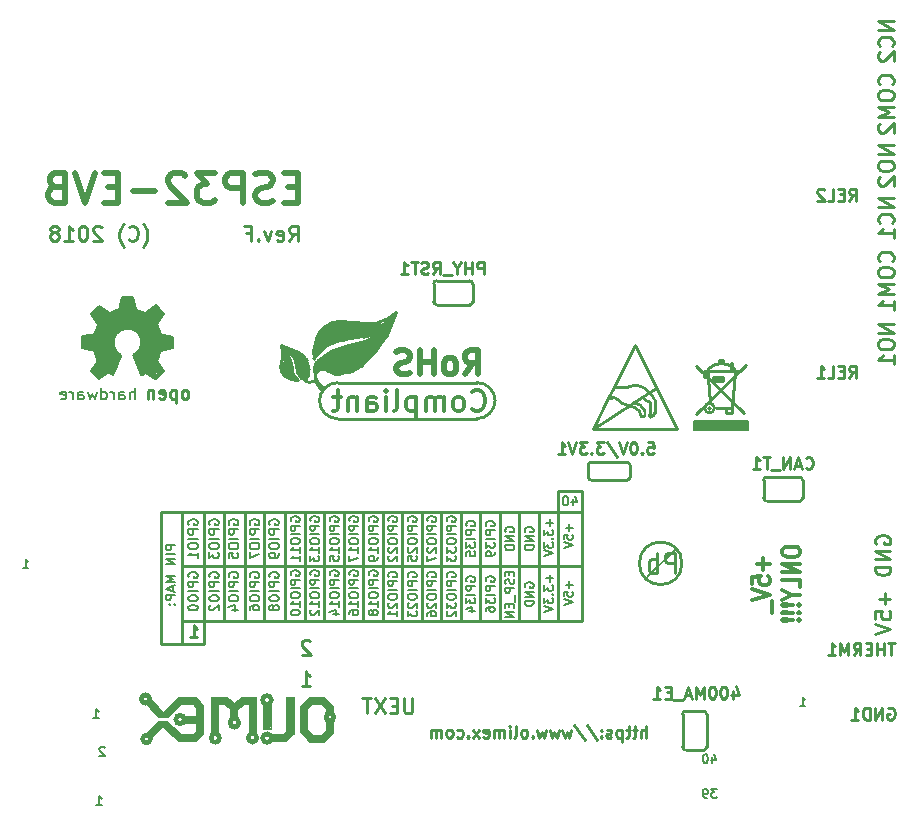
<source format=gbr>
G04 #@! TF.GenerationSoftware,KiCad,Pcbnew,6.0.0-rc1-unknown-0cca1c6~65~ubuntu16.04.1*
G04 #@! TF.CreationDate,2018-08-03T15:16:37+03:00*
G04 #@! TF.ProjectId,ESP32-EVB_Rev_F,45535033322D4556425F5265765F462E,F*
G04 #@! TF.SameCoordinates,Original*
G04 #@! TF.FileFunction,Legend,Bot*
G04 #@! TF.FilePolarity,Positive*
%FSLAX46Y46*%
G04 Gerber Fmt 4.6, Leading zero omitted, Abs format (unit mm)*
G04 Created by KiCad (PCBNEW 6.0.0-rc1-unknown-0cca1c6~65~ubuntu16.04.1) date Fri Aug  3 15:16:37 2018*
%MOMM*%
%LPD*%
G01*
G04 APERTURE LIST*
%ADD10C,0.190500*%
%ADD11C,0.254000*%
%ADD12C,0.300000*%
%ADD13C,0.508000*%
%ADD14C,0.200000*%
%ADD15C,0.187500*%
%ADD16C,0.250000*%
%ADD17C,0.150000*%
%ADD18C,0.127000*%
%ADD19C,0.420000*%
%ADD20C,0.370000*%
%ADD21C,0.400000*%
%ADD22C,0.380000*%
%ADD23C,1.000000*%
%ADD24C,0.700000*%
%ADD25C,0.500000*%
%ADD26C,0.100000*%
%ADD27C,0.350000*%
%ADD28C,0.180000*%
G04 APERTURE END LIST*
D10*
X136180285Y-132678714D02*
X136615714Y-132678714D01*
X136398000Y-132678714D02*
X136398000Y-131916714D01*
X136470571Y-132025571D01*
X136543142Y-132098142D01*
X136615714Y-132134428D01*
X70394285Y-120994714D02*
X70829714Y-120994714D01*
X70612000Y-120994714D02*
X70612000Y-120232714D01*
X70684571Y-120341571D01*
X70757142Y-120414142D01*
X70829714Y-120450428D01*
X76363285Y-133694714D02*
X76798714Y-133694714D01*
X76581000Y-133694714D02*
X76581000Y-132932714D01*
X76653571Y-133041571D01*
X76726142Y-133114142D01*
X76798714Y-133150428D01*
D11*
X92921666Y-93284523D02*
X93345000Y-92679761D01*
X93647380Y-93284523D02*
X93647380Y-92014523D01*
X93163571Y-92014523D01*
X93042619Y-92075000D01*
X92982142Y-92135476D01*
X92921666Y-92256428D01*
X92921666Y-92437857D01*
X92982142Y-92558809D01*
X93042619Y-92619285D01*
X93163571Y-92679761D01*
X93647380Y-92679761D01*
X91893571Y-93224047D02*
X92014523Y-93284523D01*
X92256428Y-93284523D01*
X92377380Y-93224047D01*
X92437857Y-93103095D01*
X92437857Y-92619285D01*
X92377380Y-92498333D01*
X92256428Y-92437857D01*
X92014523Y-92437857D01*
X91893571Y-92498333D01*
X91833095Y-92619285D01*
X91833095Y-92740238D01*
X92437857Y-92861190D01*
X91409761Y-92437857D02*
X91107380Y-93284523D01*
X90805000Y-92437857D01*
X90321190Y-93163571D02*
X90260714Y-93224047D01*
X90321190Y-93284523D01*
X90381666Y-93224047D01*
X90321190Y-93163571D01*
X90321190Y-93284523D01*
X89293095Y-92619285D02*
X89716428Y-92619285D01*
X89716428Y-93284523D02*
X89716428Y-92014523D01*
X89111666Y-92014523D01*
D10*
X129140857Y-139663714D02*
X128669142Y-139663714D01*
X128923142Y-139954000D01*
X128814285Y-139954000D01*
X128741714Y-139990285D01*
X128705428Y-140026571D01*
X128669142Y-140099142D01*
X128669142Y-140280571D01*
X128705428Y-140353142D01*
X128741714Y-140389428D01*
X128814285Y-140425714D01*
X129032000Y-140425714D01*
X129104571Y-140389428D01*
X129140857Y-140353142D01*
X128306285Y-140425714D02*
X128161142Y-140425714D01*
X128088571Y-140389428D01*
X128052285Y-140353142D01*
X127979714Y-140244285D01*
X127943428Y-140099142D01*
X127943428Y-139808857D01*
X127979714Y-139736285D01*
X128016000Y-139700000D01*
X128088571Y-139663714D01*
X128233714Y-139663714D01*
X128306285Y-139700000D01*
X128342571Y-139736285D01*
X128378857Y-139808857D01*
X128378857Y-139990285D01*
X128342571Y-140062857D01*
X128306285Y-140099142D01*
X128233714Y-140135428D01*
X128088571Y-140135428D01*
X128016000Y-140099142D01*
X127979714Y-140062857D01*
X127943428Y-139990285D01*
X77306714Y-136180285D02*
X77270428Y-136144000D01*
X77197857Y-136107714D01*
X77016428Y-136107714D01*
X76943857Y-136144000D01*
X76907571Y-136180285D01*
X76871285Y-136252857D01*
X76871285Y-136325428D01*
X76907571Y-136434285D01*
X77343000Y-136869714D01*
X76871285Y-136869714D01*
D11*
X140359190Y-89867619D02*
X140697857Y-89383809D01*
X140939761Y-89867619D02*
X140939761Y-88851619D01*
X140552714Y-88851619D01*
X140455952Y-88900000D01*
X140407571Y-88948380D01*
X140359190Y-89045142D01*
X140359190Y-89190285D01*
X140407571Y-89287047D01*
X140455952Y-89335428D01*
X140552714Y-89383809D01*
X140939761Y-89383809D01*
X139923761Y-89335428D02*
X139585095Y-89335428D01*
X139439952Y-89867619D02*
X139923761Y-89867619D01*
X139923761Y-88851619D01*
X139439952Y-88851619D01*
X138520714Y-89867619D02*
X139004523Y-89867619D01*
X139004523Y-88851619D01*
X138230428Y-88948380D02*
X138182047Y-88900000D01*
X138085285Y-88851619D01*
X137843380Y-88851619D01*
X137746619Y-88900000D01*
X137698238Y-88948380D01*
X137649857Y-89045142D01*
X137649857Y-89141904D01*
X137698238Y-89287047D01*
X138278809Y-89867619D01*
X137649857Y-89867619D01*
X140359190Y-104853619D02*
X140697857Y-104369809D01*
X140939761Y-104853619D02*
X140939761Y-103837619D01*
X140552714Y-103837619D01*
X140455952Y-103886000D01*
X140407571Y-103934380D01*
X140359190Y-104031142D01*
X140359190Y-104176285D01*
X140407571Y-104273047D01*
X140455952Y-104321428D01*
X140552714Y-104369809D01*
X140939761Y-104369809D01*
X139923761Y-104321428D02*
X139585095Y-104321428D01*
X139439952Y-104853619D02*
X139923761Y-104853619D01*
X139923761Y-103837619D01*
X139439952Y-103837619D01*
X138520714Y-104853619D02*
X139004523Y-104853619D01*
X139004523Y-103837619D01*
X137649857Y-104853619D02*
X138230428Y-104853619D01*
X137940142Y-104853619D02*
X137940142Y-103837619D01*
X138036904Y-103982761D01*
X138133666Y-104079523D01*
X138230428Y-104127904D01*
X144098095Y-74686523D02*
X142798095Y-74686523D01*
X144098095Y-75429380D01*
X142798095Y-75429380D01*
X143974285Y-76791285D02*
X144036190Y-76729380D01*
X144098095Y-76543666D01*
X144098095Y-76419857D01*
X144036190Y-76234142D01*
X143912380Y-76110333D01*
X143788571Y-76048428D01*
X143540952Y-75986523D01*
X143355238Y-75986523D01*
X143107619Y-76048428D01*
X142983809Y-76110333D01*
X142860000Y-76234142D01*
X142798095Y-76419857D01*
X142798095Y-76543666D01*
X142860000Y-76729380D01*
X142921904Y-76791285D01*
X142921904Y-77286523D02*
X142860000Y-77348428D01*
X142798095Y-77472238D01*
X142798095Y-77781761D01*
X142860000Y-77905571D01*
X142921904Y-77967476D01*
X143045714Y-78029380D01*
X143169523Y-78029380D01*
X143355238Y-77967476D01*
X144098095Y-77224619D01*
X144098095Y-78029380D01*
X143974285Y-80020523D02*
X144036190Y-79958619D01*
X144098095Y-79772904D01*
X144098095Y-79649095D01*
X144036190Y-79463380D01*
X143912380Y-79339571D01*
X143788571Y-79277666D01*
X143540952Y-79215761D01*
X143355238Y-79215761D01*
X143107619Y-79277666D01*
X142983809Y-79339571D01*
X142860000Y-79463380D01*
X142798095Y-79649095D01*
X142798095Y-79772904D01*
X142860000Y-79958619D01*
X142921904Y-80020523D01*
X142798095Y-80825285D02*
X142798095Y-81072904D01*
X142860000Y-81196714D01*
X142983809Y-81320523D01*
X143231428Y-81382428D01*
X143664761Y-81382428D01*
X143912380Y-81320523D01*
X144036190Y-81196714D01*
X144098095Y-81072904D01*
X144098095Y-80825285D01*
X144036190Y-80701476D01*
X143912380Y-80577666D01*
X143664761Y-80515761D01*
X143231428Y-80515761D01*
X142983809Y-80577666D01*
X142860000Y-80701476D01*
X142798095Y-80825285D01*
X144098095Y-81939571D02*
X142798095Y-81939571D01*
X143726666Y-82372904D01*
X142798095Y-82806238D01*
X144098095Y-82806238D01*
X142921904Y-83363380D02*
X142860000Y-83425285D01*
X142798095Y-83549095D01*
X142798095Y-83858619D01*
X142860000Y-83982428D01*
X142921904Y-84044333D01*
X143045714Y-84106238D01*
X143169523Y-84106238D01*
X143355238Y-84044333D01*
X144098095Y-83301476D01*
X144098095Y-84106238D01*
X144098095Y-85196571D02*
X142798095Y-85196571D01*
X144098095Y-85939428D01*
X142798095Y-85939428D01*
X142798095Y-86806095D02*
X142798095Y-87053714D01*
X142860000Y-87177523D01*
X142983809Y-87301333D01*
X143231428Y-87363238D01*
X143664761Y-87363238D01*
X143912380Y-87301333D01*
X144036190Y-87177523D01*
X144098095Y-87053714D01*
X144098095Y-86806095D01*
X144036190Y-86682285D01*
X143912380Y-86558476D01*
X143664761Y-86496571D01*
X143231428Y-86496571D01*
X142983809Y-86558476D01*
X142860000Y-86682285D01*
X142798095Y-86806095D01*
X142921904Y-87858476D02*
X142860000Y-87920380D01*
X142798095Y-88044190D01*
X142798095Y-88353714D01*
X142860000Y-88477523D01*
X142921904Y-88539428D01*
X143045714Y-88601333D01*
X143169523Y-88601333D01*
X143355238Y-88539428D01*
X144098095Y-87796571D01*
X144098095Y-88601333D01*
X144098095Y-89672523D02*
X142798095Y-89672523D01*
X144098095Y-90415380D01*
X142798095Y-90415380D01*
X143974285Y-91777285D02*
X144036190Y-91715380D01*
X144098095Y-91529666D01*
X144098095Y-91405857D01*
X144036190Y-91220142D01*
X143912380Y-91096333D01*
X143788571Y-91034428D01*
X143540952Y-90972523D01*
X143355238Y-90972523D01*
X143107619Y-91034428D01*
X142983809Y-91096333D01*
X142860000Y-91220142D01*
X142798095Y-91405857D01*
X142798095Y-91529666D01*
X142860000Y-91715380D01*
X142921904Y-91777285D01*
X144098095Y-93015380D02*
X144098095Y-92272523D01*
X144098095Y-92643952D02*
X142798095Y-92643952D01*
X142983809Y-92520142D01*
X143107619Y-92396333D01*
X143169523Y-92272523D01*
X143974285Y-95006523D02*
X144036190Y-94944619D01*
X144098095Y-94758904D01*
X144098095Y-94635095D01*
X144036190Y-94449380D01*
X143912380Y-94325571D01*
X143788571Y-94263666D01*
X143540952Y-94201761D01*
X143355238Y-94201761D01*
X143107619Y-94263666D01*
X142983809Y-94325571D01*
X142860000Y-94449380D01*
X142798095Y-94635095D01*
X142798095Y-94758904D01*
X142860000Y-94944619D01*
X142921904Y-95006523D01*
X142798095Y-95811285D02*
X142798095Y-96058904D01*
X142860000Y-96182714D01*
X142983809Y-96306523D01*
X143231428Y-96368428D01*
X143664761Y-96368428D01*
X143912380Y-96306523D01*
X144036190Y-96182714D01*
X144098095Y-96058904D01*
X144098095Y-95811285D01*
X144036190Y-95687476D01*
X143912380Y-95563666D01*
X143664761Y-95501761D01*
X143231428Y-95501761D01*
X142983809Y-95563666D01*
X142860000Y-95687476D01*
X142798095Y-95811285D01*
X144098095Y-96925571D02*
X142798095Y-96925571D01*
X143726666Y-97358904D01*
X142798095Y-97792238D01*
X144098095Y-97792238D01*
X144098095Y-99092238D02*
X144098095Y-98349380D01*
X144098095Y-98720809D02*
X142798095Y-98720809D01*
X142983809Y-98597000D01*
X143107619Y-98473190D01*
X143169523Y-98349380D01*
X144098095Y-100309571D02*
X142798095Y-100309571D01*
X144098095Y-101052428D01*
X142798095Y-101052428D01*
X142798095Y-101919095D02*
X142798095Y-102166714D01*
X142860000Y-102290523D01*
X142983809Y-102414333D01*
X143231428Y-102476238D01*
X143664761Y-102476238D01*
X143912380Y-102414333D01*
X144036190Y-102290523D01*
X144098095Y-102166714D01*
X144098095Y-101919095D01*
X144036190Y-101795285D01*
X143912380Y-101671476D01*
X143664761Y-101609571D01*
X143231428Y-101609571D01*
X142983809Y-101671476D01*
X142860000Y-101795285D01*
X142798095Y-101919095D01*
X144098095Y-103714333D02*
X144098095Y-102971476D01*
X144098095Y-103342904D02*
X142798095Y-103342904D01*
X142983809Y-103219095D01*
X143107619Y-103095285D01*
X143169523Y-102971476D01*
X80554285Y-93768333D02*
X80614761Y-93707857D01*
X80735714Y-93526428D01*
X80796190Y-93405476D01*
X80856666Y-93224047D01*
X80917142Y-92921666D01*
X80917142Y-92679761D01*
X80856666Y-92377380D01*
X80796190Y-92195952D01*
X80735714Y-92075000D01*
X80614761Y-91893571D01*
X80554285Y-91833095D01*
X79344761Y-93163571D02*
X79405238Y-93224047D01*
X79586666Y-93284523D01*
X79707619Y-93284523D01*
X79889047Y-93224047D01*
X80010000Y-93103095D01*
X80070476Y-92982142D01*
X80130952Y-92740238D01*
X80130952Y-92558809D01*
X80070476Y-92316904D01*
X80010000Y-92195952D01*
X79889047Y-92075000D01*
X79707619Y-92014523D01*
X79586666Y-92014523D01*
X79405238Y-92075000D01*
X79344761Y-92135476D01*
X78921428Y-93768333D02*
X78860952Y-93707857D01*
X78740000Y-93526428D01*
X78679523Y-93405476D01*
X78619047Y-93224047D01*
X78558571Y-92921666D01*
X78558571Y-92679761D01*
X78619047Y-92377380D01*
X78679523Y-92195952D01*
X78740000Y-92075000D01*
X78860952Y-91893571D01*
X78921428Y-91833095D01*
X77046666Y-92135476D02*
X76986190Y-92075000D01*
X76865238Y-92014523D01*
X76562857Y-92014523D01*
X76441904Y-92075000D01*
X76381428Y-92135476D01*
X76320952Y-92256428D01*
X76320952Y-92377380D01*
X76381428Y-92558809D01*
X77107142Y-93284523D01*
X76320952Y-93284523D01*
X75534761Y-92014523D02*
X75413809Y-92014523D01*
X75292857Y-92075000D01*
X75232380Y-92135476D01*
X75171904Y-92256428D01*
X75111428Y-92498333D01*
X75111428Y-92800714D01*
X75171904Y-93042619D01*
X75232380Y-93163571D01*
X75292857Y-93224047D01*
X75413809Y-93284523D01*
X75534761Y-93284523D01*
X75655714Y-93224047D01*
X75716190Y-93163571D01*
X75776666Y-93042619D01*
X75837142Y-92800714D01*
X75837142Y-92498333D01*
X75776666Y-92256428D01*
X75716190Y-92135476D01*
X75655714Y-92075000D01*
X75534761Y-92014523D01*
X73901904Y-93284523D02*
X74627619Y-93284523D01*
X74264761Y-93284523D02*
X74264761Y-92014523D01*
X74385714Y-92195952D01*
X74506666Y-92316904D01*
X74627619Y-92377380D01*
X73176190Y-92558809D02*
X73297142Y-92498333D01*
X73357619Y-92437857D01*
X73418095Y-92316904D01*
X73418095Y-92256428D01*
X73357619Y-92135476D01*
X73297142Y-92075000D01*
X73176190Y-92014523D01*
X72934285Y-92014523D01*
X72813333Y-92075000D01*
X72752857Y-92135476D01*
X72692380Y-92256428D01*
X72692380Y-92316904D01*
X72752857Y-92437857D01*
X72813333Y-92498333D01*
X72934285Y-92558809D01*
X73176190Y-92558809D01*
X73297142Y-92619285D01*
X73357619Y-92679761D01*
X73418095Y-92800714D01*
X73418095Y-93042619D01*
X73357619Y-93163571D01*
X73297142Y-93224047D01*
X73176190Y-93284523D01*
X72934285Y-93284523D01*
X72813333Y-93224047D01*
X72752857Y-93163571D01*
X72692380Y-93042619D01*
X72692380Y-92800714D01*
X72752857Y-92679761D01*
X72813333Y-92619285D01*
X72934285Y-92558809D01*
X123165809Y-135333619D02*
X123165809Y-134317619D01*
X122730380Y-135333619D02*
X122730380Y-134801428D01*
X122778761Y-134704666D01*
X122875523Y-134656285D01*
X123020666Y-134656285D01*
X123117428Y-134704666D01*
X123165809Y-134753047D01*
X122391714Y-134656285D02*
X122004666Y-134656285D01*
X122246571Y-134317619D02*
X122246571Y-135188476D01*
X122198190Y-135285238D01*
X122101428Y-135333619D01*
X122004666Y-135333619D01*
X121811142Y-134656285D02*
X121424095Y-134656285D01*
X121666000Y-134317619D02*
X121666000Y-135188476D01*
X121617619Y-135285238D01*
X121520857Y-135333619D01*
X121424095Y-135333619D01*
X121085428Y-134656285D02*
X121085428Y-135672285D01*
X121085428Y-134704666D02*
X120988666Y-134656285D01*
X120795142Y-134656285D01*
X120698380Y-134704666D01*
X120650000Y-134753047D01*
X120601619Y-134849809D01*
X120601619Y-135140095D01*
X120650000Y-135236857D01*
X120698380Y-135285238D01*
X120795142Y-135333619D01*
X120988666Y-135333619D01*
X121085428Y-135285238D01*
X120214571Y-135285238D02*
X120117809Y-135333619D01*
X119924285Y-135333619D01*
X119827523Y-135285238D01*
X119779142Y-135188476D01*
X119779142Y-135140095D01*
X119827523Y-135043333D01*
X119924285Y-134994952D01*
X120069428Y-134994952D01*
X120166190Y-134946571D01*
X120214571Y-134849809D01*
X120214571Y-134801428D01*
X120166190Y-134704666D01*
X120069428Y-134656285D01*
X119924285Y-134656285D01*
X119827523Y-134704666D01*
X119343714Y-135236857D02*
X119295333Y-135285238D01*
X119343714Y-135333619D01*
X119392095Y-135285238D01*
X119343714Y-135236857D01*
X119343714Y-135333619D01*
X119343714Y-134704666D02*
X119295333Y-134753047D01*
X119343714Y-134801428D01*
X119392095Y-134753047D01*
X119343714Y-134704666D01*
X119343714Y-134801428D01*
X118134190Y-134269238D02*
X119005047Y-135575523D01*
X117069809Y-134269238D02*
X117940666Y-135575523D01*
X116827904Y-134656285D02*
X116634380Y-135333619D01*
X116440857Y-134849809D01*
X116247333Y-135333619D01*
X116053809Y-134656285D01*
X115763523Y-134656285D02*
X115570000Y-135333619D01*
X115376476Y-134849809D01*
X115182952Y-135333619D01*
X114989428Y-134656285D01*
X114699142Y-134656285D02*
X114505619Y-135333619D01*
X114312095Y-134849809D01*
X114118571Y-135333619D01*
X113925047Y-134656285D01*
X113538000Y-135236857D02*
X113489619Y-135285238D01*
X113538000Y-135333619D01*
X113586380Y-135285238D01*
X113538000Y-135236857D01*
X113538000Y-135333619D01*
X112909047Y-135333619D02*
X113005809Y-135285238D01*
X113054190Y-135236857D01*
X113102571Y-135140095D01*
X113102571Y-134849809D01*
X113054190Y-134753047D01*
X113005809Y-134704666D01*
X112909047Y-134656285D01*
X112763904Y-134656285D01*
X112667142Y-134704666D01*
X112618761Y-134753047D01*
X112570380Y-134849809D01*
X112570380Y-135140095D01*
X112618761Y-135236857D01*
X112667142Y-135285238D01*
X112763904Y-135333619D01*
X112909047Y-135333619D01*
X111989809Y-135333619D02*
X112086571Y-135285238D01*
X112134952Y-135188476D01*
X112134952Y-134317619D01*
X111602761Y-135333619D02*
X111602761Y-134656285D01*
X111602761Y-134317619D02*
X111651142Y-134366000D01*
X111602761Y-134414380D01*
X111554380Y-134366000D01*
X111602761Y-134317619D01*
X111602761Y-134414380D01*
X111118952Y-135333619D02*
X111118952Y-134656285D01*
X111118952Y-134753047D02*
X111070571Y-134704666D01*
X110973809Y-134656285D01*
X110828666Y-134656285D01*
X110731904Y-134704666D01*
X110683523Y-134801428D01*
X110683523Y-135333619D01*
X110683523Y-134801428D02*
X110635142Y-134704666D01*
X110538380Y-134656285D01*
X110393238Y-134656285D01*
X110296476Y-134704666D01*
X110248095Y-134801428D01*
X110248095Y-135333619D01*
X109377238Y-135285238D02*
X109474000Y-135333619D01*
X109667523Y-135333619D01*
X109764285Y-135285238D01*
X109812666Y-135188476D01*
X109812666Y-134801428D01*
X109764285Y-134704666D01*
X109667523Y-134656285D01*
X109474000Y-134656285D01*
X109377238Y-134704666D01*
X109328857Y-134801428D01*
X109328857Y-134898190D01*
X109812666Y-134994952D01*
X108990190Y-135333619D02*
X108458000Y-134656285D01*
X108990190Y-134656285D02*
X108458000Y-135333619D01*
X108070952Y-135236857D02*
X108022571Y-135285238D01*
X108070952Y-135333619D01*
X108119333Y-135285238D01*
X108070952Y-135236857D01*
X108070952Y-135333619D01*
X107151714Y-135285238D02*
X107248476Y-135333619D01*
X107442000Y-135333619D01*
X107538761Y-135285238D01*
X107587142Y-135236857D01*
X107635523Y-135140095D01*
X107635523Y-134849809D01*
X107587142Y-134753047D01*
X107538761Y-134704666D01*
X107442000Y-134656285D01*
X107248476Y-134656285D01*
X107151714Y-134704666D01*
X106571142Y-135333619D02*
X106667904Y-135285238D01*
X106716285Y-135236857D01*
X106764666Y-135140095D01*
X106764666Y-134849809D01*
X106716285Y-134753047D01*
X106667904Y-134704666D01*
X106571142Y-134656285D01*
X106426000Y-134656285D01*
X106329238Y-134704666D01*
X106280857Y-134753047D01*
X106232476Y-134849809D01*
X106232476Y-135140095D01*
X106280857Y-135236857D01*
X106329238Y-135285238D01*
X106426000Y-135333619D01*
X106571142Y-135333619D01*
X105797047Y-135333619D02*
X105797047Y-134656285D01*
X105797047Y-134753047D02*
X105748666Y-134704666D01*
X105651904Y-134656285D01*
X105506761Y-134656285D01*
X105410000Y-134704666D01*
X105361619Y-134801428D01*
X105361619Y-135333619D01*
X105361619Y-134801428D02*
X105313238Y-134704666D01*
X105216476Y-134656285D01*
X105071333Y-134656285D01*
X104974571Y-134704666D01*
X104926190Y-134801428D01*
X104926190Y-135333619D01*
D12*
X133071142Y-120134333D02*
X133071142Y-121124809D01*
X133642571Y-120629571D02*
X132499714Y-120629571D01*
X132142571Y-122362904D02*
X132142571Y-121743857D01*
X132856857Y-121681952D01*
X132785428Y-121743857D01*
X132714000Y-121867666D01*
X132714000Y-122177190D01*
X132785428Y-122301000D01*
X132856857Y-122362904D01*
X132999714Y-122424809D01*
X133356857Y-122424809D01*
X133499714Y-122362904D01*
X133571142Y-122301000D01*
X133642571Y-122177190D01*
X133642571Y-121867666D01*
X133571142Y-121743857D01*
X133499714Y-121681952D01*
X132142571Y-122796238D02*
X133642571Y-123229571D01*
X132142571Y-123662904D01*
X133785428Y-123786714D02*
X133785428Y-124777190D01*
X134692571Y-119484333D02*
X134692571Y-119731952D01*
X134764000Y-119855761D01*
X134906857Y-119979571D01*
X135192571Y-120041476D01*
X135692571Y-120041476D01*
X135978285Y-119979571D01*
X136121142Y-119855761D01*
X136192571Y-119731952D01*
X136192571Y-119484333D01*
X136121142Y-119360523D01*
X135978285Y-119236714D01*
X135692571Y-119174809D01*
X135192571Y-119174809D01*
X134906857Y-119236714D01*
X134764000Y-119360523D01*
X134692571Y-119484333D01*
X136192571Y-120598619D02*
X134692571Y-120598619D01*
X136192571Y-121341476D01*
X134692571Y-121341476D01*
X136192571Y-122579571D02*
X136192571Y-121960523D01*
X134692571Y-121960523D01*
X135478285Y-123260523D02*
X136192571Y-123260523D01*
X134692571Y-122827190D02*
X135478285Y-123260523D01*
X134692571Y-123693857D01*
X136049714Y-124127190D02*
X136121142Y-124189095D01*
X136192571Y-124127190D01*
X136121142Y-124065285D01*
X136049714Y-124127190D01*
X136192571Y-124127190D01*
X135621142Y-124127190D02*
X134764000Y-124065285D01*
X134692571Y-124127190D01*
X134764000Y-124189095D01*
X135621142Y-124127190D01*
X134692571Y-124127190D01*
X136049714Y-124746238D02*
X136121142Y-124808142D01*
X136192571Y-124746238D01*
X136121142Y-124684333D01*
X136049714Y-124746238D01*
X136192571Y-124746238D01*
X135621142Y-124746238D02*
X134764000Y-124684333D01*
X134692571Y-124746238D01*
X134764000Y-124808142D01*
X135621142Y-124746238D01*
X134692571Y-124746238D01*
X136049714Y-125365285D02*
X136121142Y-125427190D01*
X136192571Y-125365285D01*
X136121142Y-125303380D01*
X136049714Y-125365285D01*
X136192571Y-125365285D01*
X135621142Y-125365285D02*
X134764000Y-125303380D01*
X134692571Y-125365285D01*
X134764000Y-125427190D01*
X135621142Y-125365285D01*
X134692571Y-125365285D01*
D11*
X142621000Y-118920380D02*
X142560523Y-118799428D01*
X142560523Y-118618000D01*
X142621000Y-118436571D01*
X142741952Y-118315619D01*
X142862904Y-118255142D01*
X143104809Y-118194666D01*
X143286238Y-118194666D01*
X143528142Y-118255142D01*
X143649095Y-118315619D01*
X143770047Y-118436571D01*
X143830523Y-118618000D01*
X143830523Y-118738952D01*
X143770047Y-118920380D01*
X143709571Y-118980857D01*
X143286238Y-118980857D01*
X143286238Y-118738952D01*
X143830523Y-119525142D02*
X142560523Y-119525142D01*
X143830523Y-120250857D01*
X142560523Y-120250857D01*
X143830523Y-120855619D02*
X142560523Y-120855619D01*
X142560523Y-121158000D01*
X142621000Y-121339428D01*
X142741952Y-121460380D01*
X142862904Y-121520857D01*
X143104809Y-121581333D01*
X143286238Y-121581333D01*
X143528142Y-121520857D01*
X143649095Y-121460380D01*
X143770047Y-121339428D01*
X143830523Y-121158000D01*
X143830523Y-120855619D01*
X143346714Y-123081142D02*
X143346714Y-124048761D01*
X143830523Y-123564952D02*
X142862904Y-123564952D01*
X142560523Y-125258285D02*
X142560523Y-124653523D01*
X143165285Y-124593047D01*
X143104809Y-124653523D01*
X143044333Y-124774476D01*
X143044333Y-125076857D01*
X143104809Y-125197809D01*
X143165285Y-125258285D01*
X143286238Y-125318761D01*
X143588619Y-125318761D01*
X143709571Y-125258285D01*
X143770047Y-125197809D01*
X143830523Y-125076857D01*
X143830523Y-124774476D01*
X143770047Y-124653523D01*
X143709571Y-124593047D01*
X142560523Y-125681619D02*
X143830523Y-126104952D01*
X142560523Y-126528285D01*
X94723857Y-127187476D02*
X94663380Y-127127000D01*
X94542428Y-127066523D01*
X94240047Y-127066523D01*
X94119095Y-127127000D01*
X94058619Y-127187476D01*
X93998142Y-127308428D01*
X93998142Y-127429380D01*
X94058619Y-127610809D01*
X94784333Y-128336523D01*
X93998142Y-128336523D01*
X93998142Y-131003523D02*
X94723857Y-131003523D01*
X94361000Y-131003523D02*
X94361000Y-129733523D01*
X94481952Y-129914952D01*
X94602904Y-130035904D01*
X94723857Y-130096380D01*
X103371952Y-132019523D02*
X103371952Y-133047619D01*
X103311476Y-133168571D01*
X103251000Y-133229047D01*
X103130047Y-133289523D01*
X102888142Y-133289523D01*
X102767190Y-133229047D01*
X102706714Y-133168571D01*
X102646238Y-133047619D01*
X102646238Y-132019523D01*
X102041476Y-132624285D02*
X101618142Y-132624285D01*
X101436714Y-133289523D02*
X102041476Y-133289523D01*
X102041476Y-132019523D01*
X101436714Y-132019523D01*
X101013380Y-132019523D02*
X100166714Y-133289523D01*
X100166714Y-132019523D02*
X101013380Y-133289523D01*
X99864333Y-132019523D02*
X99138619Y-132019523D01*
X99501476Y-133289523D02*
X99501476Y-132019523D01*
D13*
X93707857Y-88718571D02*
X92861190Y-88718571D01*
X92498333Y-90049047D02*
X93707857Y-90049047D01*
X93707857Y-87509047D01*
X92498333Y-87509047D01*
X91530714Y-89928095D02*
X91167857Y-90049047D01*
X90563095Y-90049047D01*
X90321190Y-89928095D01*
X90200238Y-89807142D01*
X90079285Y-89565238D01*
X90079285Y-89323333D01*
X90200238Y-89081428D01*
X90321190Y-88960476D01*
X90563095Y-88839523D01*
X91046904Y-88718571D01*
X91288809Y-88597619D01*
X91409761Y-88476666D01*
X91530714Y-88234761D01*
X91530714Y-87992857D01*
X91409761Y-87750952D01*
X91288809Y-87630000D01*
X91046904Y-87509047D01*
X90442142Y-87509047D01*
X90079285Y-87630000D01*
X88990714Y-90049047D02*
X88990714Y-87509047D01*
X88023095Y-87509047D01*
X87781190Y-87630000D01*
X87660238Y-87750952D01*
X87539285Y-87992857D01*
X87539285Y-88355714D01*
X87660238Y-88597619D01*
X87781190Y-88718571D01*
X88023095Y-88839523D01*
X88990714Y-88839523D01*
X86692619Y-87509047D02*
X85120238Y-87509047D01*
X85966904Y-88476666D01*
X85604047Y-88476666D01*
X85362142Y-88597619D01*
X85241190Y-88718571D01*
X85120238Y-88960476D01*
X85120238Y-89565238D01*
X85241190Y-89807142D01*
X85362142Y-89928095D01*
X85604047Y-90049047D01*
X86329761Y-90049047D01*
X86571666Y-89928095D01*
X86692619Y-89807142D01*
X84152619Y-87750952D02*
X84031666Y-87630000D01*
X83789761Y-87509047D01*
X83185000Y-87509047D01*
X82943095Y-87630000D01*
X82822142Y-87750952D01*
X82701190Y-87992857D01*
X82701190Y-88234761D01*
X82822142Y-88597619D01*
X84273571Y-90049047D01*
X82701190Y-90049047D01*
X81612619Y-89081428D02*
X79677380Y-89081428D01*
X78467857Y-88718571D02*
X77621190Y-88718571D01*
X77258333Y-90049047D02*
X78467857Y-90049047D01*
X78467857Y-87509047D01*
X77258333Y-87509047D01*
X76532619Y-87509047D02*
X75685952Y-90049047D01*
X74839285Y-87509047D01*
X73145952Y-88718571D02*
X72783095Y-88839523D01*
X72662142Y-88960476D01*
X72541190Y-89202380D01*
X72541190Y-89565238D01*
X72662142Y-89807142D01*
X72783095Y-89928095D01*
X73025000Y-90049047D01*
X73992619Y-90049047D01*
X73992619Y-87509047D01*
X73145952Y-87509047D01*
X72904047Y-87630000D01*
X72783095Y-87750952D01*
X72662142Y-87992857D01*
X72662142Y-88234761D01*
X72783095Y-88476666D01*
X72904047Y-88597619D01*
X73145952Y-88718571D01*
X73992619Y-88718571D01*
D11*
X117729000Y-114427000D02*
X117729000Y-125476000D01*
X115697000Y-114427000D02*
X117729000Y-114427000D01*
X115697000Y-116332000D02*
X115697000Y-114427000D01*
D14*
X116941571Y-115144571D02*
X116941571Y-115677904D01*
X117132047Y-114839809D02*
X117322523Y-115411238D01*
X116827285Y-115411238D01*
X116370142Y-114877904D02*
X116293952Y-114877904D01*
X116217761Y-114916000D01*
X116179666Y-114954095D01*
X116141571Y-115030285D01*
X116103476Y-115182666D01*
X116103476Y-115373142D01*
X116141571Y-115525523D01*
X116179666Y-115601714D01*
X116217761Y-115639809D01*
X116293952Y-115677904D01*
X116370142Y-115677904D01*
X116446333Y-115639809D01*
X116484428Y-115601714D01*
X116522523Y-115525523D01*
X116560619Y-115373142D01*
X116560619Y-115182666D01*
X116522523Y-115030285D01*
X116484428Y-114954095D01*
X116446333Y-114916000D01*
X116370142Y-114877904D01*
D15*
X116639571Y-117272714D02*
X116639571Y-117844142D01*
X116925285Y-117558428D02*
X116353857Y-117558428D01*
X116175285Y-118558428D02*
X116175285Y-118201285D01*
X116532428Y-118165571D01*
X116496714Y-118201285D01*
X116461000Y-118272714D01*
X116461000Y-118451285D01*
X116496714Y-118522714D01*
X116532428Y-118558428D01*
X116603857Y-118594142D01*
X116782428Y-118594142D01*
X116853857Y-118558428D01*
X116889571Y-118522714D01*
X116925285Y-118451285D01*
X116925285Y-118272714D01*
X116889571Y-118201285D01*
X116853857Y-118165571D01*
X116175285Y-118808428D02*
X116925285Y-119058428D01*
X116175285Y-119308428D01*
X116639571Y-122098714D02*
X116639571Y-122670142D01*
X116925285Y-122384428D02*
X116353857Y-122384428D01*
X116175285Y-123384428D02*
X116175285Y-123027285D01*
X116532428Y-122991571D01*
X116496714Y-123027285D01*
X116461000Y-123098714D01*
X116461000Y-123277285D01*
X116496714Y-123348714D01*
X116532428Y-123384428D01*
X116603857Y-123420142D01*
X116782428Y-123420142D01*
X116853857Y-123384428D01*
X116889571Y-123348714D01*
X116925285Y-123277285D01*
X116925285Y-123098714D01*
X116889571Y-123027285D01*
X116853857Y-122991571D01*
X116175285Y-123634428D02*
X116925285Y-123884428D01*
X116175285Y-124134428D01*
D11*
X115697000Y-116205000D02*
X115697000Y-125476000D01*
D15*
X114988571Y-116864000D02*
X114988571Y-117435428D01*
X115274285Y-117149714D02*
X114702857Y-117149714D01*
X114524285Y-117721142D02*
X114524285Y-118185428D01*
X114810000Y-117935428D01*
X114810000Y-118042571D01*
X114845714Y-118114000D01*
X114881428Y-118149714D01*
X114952857Y-118185428D01*
X115131428Y-118185428D01*
X115202857Y-118149714D01*
X115238571Y-118114000D01*
X115274285Y-118042571D01*
X115274285Y-117828285D01*
X115238571Y-117756857D01*
X115202857Y-117721142D01*
X115202857Y-118506857D02*
X115238571Y-118542571D01*
X115274285Y-118506857D01*
X115238571Y-118471142D01*
X115202857Y-118506857D01*
X115274285Y-118506857D01*
X114524285Y-118792571D02*
X114524285Y-119256857D01*
X114810000Y-119006857D01*
X114810000Y-119114000D01*
X114845714Y-119185428D01*
X114881428Y-119221142D01*
X114952857Y-119256857D01*
X115131428Y-119256857D01*
X115202857Y-119221142D01*
X115238571Y-119185428D01*
X115274285Y-119114000D01*
X115274285Y-118899714D01*
X115238571Y-118828285D01*
X115202857Y-118792571D01*
X114524285Y-119471142D02*
X115274285Y-119721142D01*
X114524285Y-119971142D01*
X114988571Y-121563000D02*
X114988571Y-122134428D01*
X115274285Y-121848714D02*
X114702857Y-121848714D01*
X114524285Y-122420142D02*
X114524285Y-122884428D01*
X114810000Y-122634428D01*
X114810000Y-122741571D01*
X114845714Y-122813000D01*
X114881428Y-122848714D01*
X114952857Y-122884428D01*
X115131428Y-122884428D01*
X115202857Y-122848714D01*
X115238571Y-122813000D01*
X115274285Y-122741571D01*
X115274285Y-122527285D01*
X115238571Y-122455857D01*
X115202857Y-122420142D01*
X115202857Y-123205857D02*
X115238571Y-123241571D01*
X115274285Y-123205857D01*
X115238571Y-123170142D01*
X115202857Y-123205857D01*
X115274285Y-123205857D01*
X114524285Y-123491571D02*
X114524285Y-123955857D01*
X114810000Y-123705857D01*
X114810000Y-123813000D01*
X114845714Y-123884428D01*
X114881428Y-123920142D01*
X114952857Y-123955857D01*
X115131428Y-123955857D01*
X115202857Y-123920142D01*
X115238571Y-123884428D01*
X115274285Y-123813000D01*
X115274285Y-123598714D01*
X115238571Y-123527285D01*
X115202857Y-123491571D01*
X114524285Y-124170142D02*
X115274285Y-124420142D01*
X114524285Y-124670142D01*
D11*
X114046000Y-116205000D02*
X114046000Y-125476000D01*
D15*
X112909000Y-117919571D02*
X112873285Y-117848142D01*
X112873285Y-117741000D01*
X112909000Y-117633857D01*
X112980428Y-117562428D01*
X113051857Y-117526714D01*
X113194714Y-117491000D01*
X113301857Y-117491000D01*
X113444714Y-117526714D01*
X113516142Y-117562428D01*
X113587571Y-117633857D01*
X113623285Y-117741000D01*
X113623285Y-117812428D01*
X113587571Y-117919571D01*
X113551857Y-117955285D01*
X113301857Y-117955285D01*
X113301857Y-117812428D01*
X113623285Y-118276714D02*
X112873285Y-118276714D01*
X113623285Y-118705285D01*
X112873285Y-118705285D01*
X113623285Y-119062428D02*
X112873285Y-119062428D01*
X112873285Y-119241000D01*
X112909000Y-119348142D01*
X112980428Y-119419571D01*
X113051857Y-119455285D01*
X113194714Y-119491000D01*
X113301857Y-119491000D01*
X113444714Y-119455285D01*
X113516142Y-119419571D01*
X113587571Y-119348142D01*
X113623285Y-119241000D01*
X113623285Y-119062428D01*
X112909000Y-122618571D02*
X112873285Y-122547142D01*
X112873285Y-122440000D01*
X112909000Y-122332857D01*
X112980428Y-122261428D01*
X113051857Y-122225714D01*
X113194714Y-122190000D01*
X113301857Y-122190000D01*
X113444714Y-122225714D01*
X113516142Y-122261428D01*
X113587571Y-122332857D01*
X113623285Y-122440000D01*
X113623285Y-122511428D01*
X113587571Y-122618571D01*
X113551857Y-122654285D01*
X113301857Y-122654285D01*
X113301857Y-122511428D01*
X113623285Y-122975714D02*
X112873285Y-122975714D01*
X113623285Y-123404285D01*
X112873285Y-123404285D01*
X113623285Y-123761428D02*
X112873285Y-123761428D01*
X112873285Y-123940000D01*
X112909000Y-124047142D01*
X112980428Y-124118571D01*
X113051857Y-124154285D01*
X113194714Y-124190000D01*
X113301857Y-124190000D01*
X113444714Y-124154285D01*
X113516142Y-124118571D01*
X113587571Y-124047142D01*
X113623285Y-123940000D01*
X113623285Y-123761428D01*
D11*
X112395000Y-116205000D02*
X112395000Y-125476000D01*
D15*
X111258000Y-117919571D02*
X111222285Y-117848142D01*
X111222285Y-117741000D01*
X111258000Y-117633857D01*
X111329428Y-117562428D01*
X111400857Y-117526714D01*
X111543714Y-117491000D01*
X111650857Y-117491000D01*
X111793714Y-117526714D01*
X111865142Y-117562428D01*
X111936571Y-117633857D01*
X111972285Y-117741000D01*
X111972285Y-117812428D01*
X111936571Y-117919571D01*
X111900857Y-117955285D01*
X111650857Y-117955285D01*
X111650857Y-117812428D01*
X111972285Y-118276714D02*
X111222285Y-118276714D01*
X111972285Y-118705285D01*
X111222285Y-118705285D01*
X111972285Y-119062428D02*
X111222285Y-119062428D01*
X111222285Y-119241000D01*
X111258000Y-119348142D01*
X111329428Y-119419571D01*
X111400857Y-119455285D01*
X111543714Y-119491000D01*
X111650857Y-119491000D01*
X111793714Y-119455285D01*
X111865142Y-119419571D01*
X111936571Y-119348142D01*
X111972285Y-119241000D01*
X111972285Y-119062428D01*
X111579428Y-121279285D02*
X111579428Y-121529285D01*
X111972285Y-121636428D02*
X111972285Y-121279285D01*
X111222285Y-121279285D01*
X111222285Y-121636428D01*
X111936571Y-121922142D02*
X111972285Y-122029285D01*
X111972285Y-122207857D01*
X111936571Y-122279285D01*
X111900857Y-122315000D01*
X111829428Y-122350714D01*
X111758000Y-122350714D01*
X111686571Y-122315000D01*
X111650857Y-122279285D01*
X111615142Y-122207857D01*
X111579428Y-122065000D01*
X111543714Y-121993571D01*
X111508000Y-121957857D01*
X111436571Y-121922142D01*
X111365142Y-121922142D01*
X111293714Y-121957857D01*
X111258000Y-121993571D01*
X111222285Y-122065000D01*
X111222285Y-122243571D01*
X111258000Y-122350714D01*
X111972285Y-122672142D02*
X111222285Y-122672142D01*
X111222285Y-122957857D01*
X111258000Y-123029285D01*
X111293714Y-123065000D01*
X111365142Y-123100714D01*
X111472285Y-123100714D01*
X111543714Y-123065000D01*
X111579428Y-123029285D01*
X111615142Y-122957857D01*
X111615142Y-122672142D01*
X112043714Y-123243571D02*
X112043714Y-123815000D01*
X111579428Y-123993571D02*
X111579428Y-124243571D01*
X111972285Y-124350714D02*
X111972285Y-123993571D01*
X111222285Y-123993571D01*
X111222285Y-124350714D01*
X111972285Y-124672142D02*
X111222285Y-124672142D01*
X111972285Y-125100714D01*
X111222285Y-125100714D01*
D11*
X110744000Y-116205000D02*
X110744000Y-125476000D01*
D15*
X109607000Y-117419571D02*
X109571285Y-117348142D01*
X109571285Y-117241000D01*
X109607000Y-117133857D01*
X109678428Y-117062428D01*
X109749857Y-117026714D01*
X109892714Y-116991000D01*
X109999857Y-116991000D01*
X110142714Y-117026714D01*
X110214142Y-117062428D01*
X110285571Y-117133857D01*
X110321285Y-117241000D01*
X110321285Y-117312428D01*
X110285571Y-117419571D01*
X110249857Y-117455285D01*
X109999857Y-117455285D01*
X109999857Y-117312428D01*
X110321285Y-117776714D02*
X109571285Y-117776714D01*
X109571285Y-118062428D01*
X109607000Y-118133857D01*
X109642714Y-118169571D01*
X109714142Y-118205285D01*
X109821285Y-118205285D01*
X109892714Y-118169571D01*
X109928428Y-118133857D01*
X109964142Y-118062428D01*
X109964142Y-117776714D01*
X110321285Y-118526714D02*
X109571285Y-118526714D01*
X109571285Y-118812428D02*
X109571285Y-119276714D01*
X109857000Y-119026714D01*
X109857000Y-119133857D01*
X109892714Y-119205285D01*
X109928428Y-119241000D01*
X109999857Y-119276714D01*
X110178428Y-119276714D01*
X110249857Y-119241000D01*
X110285571Y-119205285D01*
X110321285Y-119133857D01*
X110321285Y-118919571D01*
X110285571Y-118848142D01*
X110249857Y-118812428D01*
X110321285Y-119633857D02*
X110321285Y-119776714D01*
X110285571Y-119848142D01*
X110249857Y-119883857D01*
X110142714Y-119955285D01*
X109999857Y-119991000D01*
X109714142Y-119991000D01*
X109642714Y-119955285D01*
X109607000Y-119919571D01*
X109571285Y-119848142D01*
X109571285Y-119705285D01*
X109607000Y-119633857D01*
X109642714Y-119598142D01*
X109714142Y-119562428D01*
X109892714Y-119562428D01*
X109964142Y-119598142D01*
X109999857Y-119633857D01*
X110035571Y-119705285D01*
X110035571Y-119848142D01*
X109999857Y-119919571D01*
X109964142Y-119955285D01*
X109892714Y-119991000D01*
X109607000Y-122118571D02*
X109571285Y-122047142D01*
X109571285Y-121940000D01*
X109607000Y-121832857D01*
X109678428Y-121761428D01*
X109749857Y-121725714D01*
X109892714Y-121690000D01*
X109999857Y-121690000D01*
X110142714Y-121725714D01*
X110214142Y-121761428D01*
X110285571Y-121832857D01*
X110321285Y-121940000D01*
X110321285Y-122011428D01*
X110285571Y-122118571D01*
X110249857Y-122154285D01*
X109999857Y-122154285D01*
X109999857Y-122011428D01*
X110321285Y-122475714D02*
X109571285Y-122475714D01*
X109571285Y-122761428D01*
X109607000Y-122832857D01*
X109642714Y-122868571D01*
X109714142Y-122904285D01*
X109821285Y-122904285D01*
X109892714Y-122868571D01*
X109928428Y-122832857D01*
X109964142Y-122761428D01*
X109964142Y-122475714D01*
X110321285Y-123225714D02*
X109571285Y-123225714D01*
X109571285Y-123511428D02*
X109571285Y-123975714D01*
X109857000Y-123725714D01*
X109857000Y-123832857D01*
X109892714Y-123904285D01*
X109928428Y-123940000D01*
X109999857Y-123975714D01*
X110178428Y-123975714D01*
X110249857Y-123940000D01*
X110285571Y-123904285D01*
X110321285Y-123832857D01*
X110321285Y-123618571D01*
X110285571Y-123547142D01*
X110249857Y-123511428D01*
X109571285Y-124618571D02*
X109571285Y-124475714D01*
X109607000Y-124404285D01*
X109642714Y-124368571D01*
X109749857Y-124297142D01*
X109892714Y-124261428D01*
X110178428Y-124261428D01*
X110249857Y-124297142D01*
X110285571Y-124332857D01*
X110321285Y-124404285D01*
X110321285Y-124547142D01*
X110285571Y-124618571D01*
X110249857Y-124654285D01*
X110178428Y-124690000D01*
X109999857Y-124690000D01*
X109928428Y-124654285D01*
X109892714Y-124618571D01*
X109857000Y-124547142D01*
X109857000Y-124404285D01*
X109892714Y-124332857D01*
X109928428Y-124297142D01*
X109999857Y-124261428D01*
D11*
X109093000Y-116205000D02*
X109093000Y-125476000D01*
D15*
X107956000Y-117419571D02*
X107920285Y-117348142D01*
X107920285Y-117241000D01*
X107956000Y-117133857D01*
X108027428Y-117062428D01*
X108098857Y-117026714D01*
X108241714Y-116991000D01*
X108348857Y-116991000D01*
X108491714Y-117026714D01*
X108563142Y-117062428D01*
X108634571Y-117133857D01*
X108670285Y-117241000D01*
X108670285Y-117312428D01*
X108634571Y-117419571D01*
X108598857Y-117455285D01*
X108348857Y-117455285D01*
X108348857Y-117312428D01*
X108670285Y-117776714D02*
X107920285Y-117776714D01*
X107920285Y-118062428D01*
X107956000Y-118133857D01*
X107991714Y-118169571D01*
X108063142Y-118205285D01*
X108170285Y-118205285D01*
X108241714Y-118169571D01*
X108277428Y-118133857D01*
X108313142Y-118062428D01*
X108313142Y-117776714D01*
X108670285Y-118526714D02*
X107920285Y-118526714D01*
X107920285Y-118812428D02*
X107920285Y-119276714D01*
X108206000Y-119026714D01*
X108206000Y-119133857D01*
X108241714Y-119205285D01*
X108277428Y-119241000D01*
X108348857Y-119276714D01*
X108527428Y-119276714D01*
X108598857Y-119241000D01*
X108634571Y-119205285D01*
X108670285Y-119133857D01*
X108670285Y-118919571D01*
X108634571Y-118848142D01*
X108598857Y-118812428D01*
X107920285Y-119955285D02*
X107920285Y-119598142D01*
X108277428Y-119562428D01*
X108241714Y-119598142D01*
X108206000Y-119669571D01*
X108206000Y-119848142D01*
X108241714Y-119919571D01*
X108277428Y-119955285D01*
X108348857Y-119991000D01*
X108527428Y-119991000D01*
X108598857Y-119955285D01*
X108634571Y-119919571D01*
X108670285Y-119848142D01*
X108670285Y-119669571D01*
X108634571Y-119598142D01*
X108598857Y-119562428D01*
X107956000Y-122118571D02*
X107920285Y-122047142D01*
X107920285Y-121940000D01*
X107956000Y-121832857D01*
X108027428Y-121761428D01*
X108098857Y-121725714D01*
X108241714Y-121690000D01*
X108348857Y-121690000D01*
X108491714Y-121725714D01*
X108563142Y-121761428D01*
X108634571Y-121832857D01*
X108670285Y-121940000D01*
X108670285Y-122011428D01*
X108634571Y-122118571D01*
X108598857Y-122154285D01*
X108348857Y-122154285D01*
X108348857Y-122011428D01*
X108670285Y-122475714D02*
X107920285Y-122475714D01*
X107920285Y-122761428D01*
X107956000Y-122832857D01*
X107991714Y-122868571D01*
X108063142Y-122904285D01*
X108170285Y-122904285D01*
X108241714Y-122868571D01*
X108277428Y-122832857D01*
X108313142Y-122761428D01*
X108313142Y-122475714D01*
X108670285Y-123225714D02*
X107920285Y-123225714D01*
X107920285Y-123511428D02*
X107920285Y-123975714D01*
X108206000Y-123725714D01*
X108206000Y-123832857D01*
X108241714Y-123904285D01*
X108277428Y-123940000D01*
X108348857Y-123975714D01*
X108527428Y-123975714D01*
X108598857Y-123940000D01*
X108634571Y-123904285D01*
X108670285Y-123832857D01*
X108670285Y-123618571D01*
X108634571Y-123547142D01*
X108598857Y-123511428D01*
X108170285Y-124618571D02*
X108670285Y-124618571D01*
X107884571Y-124440000D02*
X108420285Y-124261428D01*
X108420285Y-124725714D01*
D11*
X107442000Y-116205000D02*
X107442000Y-125476000D01*
D15*
X106305000Y-117026714D02*
X106269285Y-116955285D01*
X106269285Y-116848142D01*
X106305000Y-116741000D01*
X106376428Y-116669571D01*
X106447857Y-116633857D01*
X106590714Y-116598142D01*
X106697857Y-116598142D01*
X106840714Y-116633857D01*
X106912142Y-116669571D01*
X106983571Y-116741000D01*
X107019285Y-116848142D01*
X107019285Y-116919571D01*
X106983571Y-117026714D01*
X106947857Y-117062428D01*
X106697857Y-117062428D01*
X106697857Y-116919571D01*
X107019285Y-117383857D02*
X106269285Y-117383857D01*
X106269285Y-117669571D01*
X106305000Y-117741000D01*
X106340714Y-117776714D01*
X106412142Y-117812428D01*
X106519285Y-117812428D01*
X106590714Y-117776714D01*
X106626428Y-117741000D01*
X106662142Y-117669571D01*
X106662142Y-117383857D01*
X107019285Y-118133857D02*
X106269285Y-118133857D01*
X106269285Y-118633857D02*
X106269285Y-118776714D01*
X106305000Y-118848142D01*
X106376428Y-118919571D01*
X106519285Y-118955285D01*
X106769285Y-118955285D01*
X106912142Y-118919571D01*
X106983571Y-118848142D01*
X107019285Y-118776714D01*
X107019285Y-118633857D01*
X106983571Y-118562428D01*
X106912142Y-118491000D01*
X106769285Y-118455285D01*
X106519285Y-118455285D01*
X106376428Y-118491000D01*
X106305000Y-118562428D01*
X106269285Y-118633857D01*
X106269285Y-119205285D02*
X106269285Y-119669571D01*
X106555000Y-119419571D01*
X106555000Y-119526714D01*
X106590714Y-119598142D01*
X106626428Y-119633857D01*
X106697857Y-119669571D01*
X106876428Y-119669571D01*
X106947857Y-119633857D01*
X106983571Y-119598142D01*
X107019285Y-119526714D01*
X107019285Y-119312428D01*
X106983571Y-119241000D01*
X106947857Y-119205285D01*
X106269285Y-119919571D02*
X106269285Y-120383857D01*
X106555000Y-120133857D01*
X106555000Y-120241000D01*
X106590714Y-120312428D01*
X106626428Y-120348142D01*
X106697857Y-120383857D01*
X106876428Y-120383857D01*
X106947857Y-120348142D01*
X106983571Y-120312428D01*
X107019285Y-120241000D01*
X107019285Y-120026714D01*
X106983571Y-119955285D01*
X106947857Y-119919571D01*
X106305000Y-121725714D02*
X106269285Y-121654285D01*
X106269285Y-121547142D01*
X106305000Y-121440000D01*
X106376428Y-121368571D01*
X106447857Y-121332857D01*
X106590714Y-121297142D01*
X106697857Y-121297142D01*
X106840714Y-121332857D01*
X106912142Y-121368571D01*
X106983571Y-121440000D01*
X107019285Y-121547142D01*
X107019285Y-121618571D01*
X106983571Y-121725714D01*
X106947857Y-121761428D01*
X106697857Y-121761428D01*
X106697857Y-121618571D01*
X107019285Y-122082857D02*
X106269285Y-122082857D01*
X106269285Y-122368571D01*
X106305000Y-122440000D01*
X106340714Y-122475714D01*
X106412142Y-122511428D01*
X106519285Y-122511428D01*
X106590714Y-122475714D01*
X106626428Y-122440000D01*
X106662142Y-122368571D01*
X106662142Y-122082857D01*
X107019285Y-122832857D02*
X106269285Y-122832857D01*
X106269285Y-123332857D02*
X106269285Y-123475714D01*
X106305000Y-123547142D01*
X106376428Y-123618571D01*
X106519285Y-123654285D01*
X106769285Y-123654285D01*
X106912142Y-123618571D01*
X106983571Y-123547142D01*
X107019285Y-123475714D01*
X107019285Y-123332857D01*
X106983571Y-123261428D01*
X106912142Y-123190000D01*
X106769285Y-123154285D01*
X106519285Y-123154285D01*
X106376428Y-123190000D01*
X106305000Y-123261428D01*
X106269285Y-123332857D01*
X106269285Y-123904285D02*
X106269285Y-124368571D01*
X106555000Y-124118571D01*
X106555000Y-124225714D01*
X106590714Y-124297142D01*
X106626428Y-124332857D01*
X106697857Y-124368571D01*
X106876428Y-124368571D01*
X106947857Y-124332857D01*
X106983571Y-124297142D01*
X107019285Y-124225714D01*
X107019285Y-124011428D01*
X106983571Y-123940000D01*
X106947857Y-123904285D01*
X106340714Y-124654285D02*
X106305000Y-124690000D01*
X106269285Y-124761428D01*
X106269285Y-124940000D01*
X106305000Y-125011428D01*
X106340714Y-125047142D01*
X106412142Y-125082857D01*
X106483571Y-125082857D01*
X106590714Y-125047142D01*
X107019285Y-124618571D01*
X107019285Y-125082857D01*
D11*
X105791000Y-116205000D02*
X105791000Y-125476000D01*
D15*
X104654000Y-117026714D02*
X104618285Y-116955285D01*
X104618285Y-116848142D01*
X104654000Y-116741000D01*
X104725428Y-116669571D01*
X104796857Y-116633857D01*
X104939714Y-116598142D01*
X105046857Y-116598142D01*
X105189714Y-116633857D01*
X105261142Y-116669571D01*
X105332571Y-116741000D01*
X105368285Y-116848142D01*
X105368285Y-116919571D01*
X105332571Y-117026714D01*
X105296857Y-117062428D01*
X105046857Y-117062428D01*
X105046857Y-116919571D01*
X105368285Y-117383857D02*
X104618285Y-117383857D01*
X104618285Y-117669571D01*
X104654000Y-117741000D01*
X104689714Y-117776714D01*
X104761142Y-117812428D01*
X104868285Y-117812428D01*
X104939714Y-117776714D01*
X104975428Y-117741000D01*
X105011142Y-117669571D01*
X105011142Y-117383857D01*
X105368285Y-118133857D02*
X104618285Y-118133857D01*
X104618285Y-118633857D02*
X104618285Y-118776714D01*
X104654000Y-118848142D01*
X104725428Y-118919571D01*
X104868285Y-118955285D01*
X105118285Y-118955285D01*
X105261142Y-118919571D01*
X105332571Y-118848142D01*
X105368285Y-118776714D01*
X105368285Y-118633857D01*
X105332571Y-118562428D01*
X105261142Y-118491000D01*
X105118285Y-118455285D01*
X104868285Y-118455285D01*
X104725428Y-118491000D01*
X104654000Y-118562428D01*
X104618285Y-118633857D01*
X104689714Y-119241000D02*
X104654000Y-119276714D01*
X104618285Y-119348142D01*
X104618285Y-119526714D01*
X104654000Y-119598142D01*
X104689714Y-119633857D01*
X104761142Y-119669571D01*
X104832571Y-119669571D01*
X104939714Y-119633857D01*
X105368285Y-119205285D01*
X105368285Y-119669571D01*
X104618285Y-119919571D02*
X104618285Y-120419571D01*
X105368285Y-120098142D01*
X104654000Y-121725714D02*
X104618285Y-121654285D01*
X104618285Y-121547142D01*
X104654000Y-121440000D01*
X104725428Y-121368571D01*
X104796857Y-121332857D01*
X104939714Y-121297142D01*
X105046857Y-121297142D01*
X105189714Y-121332857D01*
X105261142Y-121368571D01*
X105332571Y-121440000D01*
X105368285Y-121547142D01*
X105368285Y-121618571D01*
X105332571Y-121725714D01*
X105296857Y-121761428D01*
X105046857Y-121761428D01*
X105046857Y-121618571D01*
X105368285Y-122082857D02*
X104618285Y-122082857D01*
X104618285Y-122368571D01*
X104654000Y-122440000D01*
X104689714Y-122475714D01*
X104761142Y-122511428D01*
X104868285Y-122511428D01*
X104939714Y-122475714D01*
X104975428Y-122440000D01*
X105011142Y-122368571D01*
X105011142Y-122082857D01*
X105368285Y-122832857D02*
X104618285Y-122832857D01*
X104618285Y-123332857D02*
X104618285Y-123475714D01*
X104654000Y-123547142D01*
X104725428Y-123618571D01*
X104868285Y-123654285D01*
X105118285Y-123654285D01*
X105261142Y-123618571D01*
X105332571Y-123547142D01*
X105368285Y-123475714D01*
X105368285Y-123332857D01*
X105332571Y-123261428D01*
X105261142Y-123190000D01*
X105118285Y-123154285D01*
X104868285Y-123154285D01*
X104725428Y-123190000D01*
X104654000Y-123261428D01*
X104618285Y-123332857D01*
X104689714Y-123940000D02*
X104654000Y-123975714D01*
X104618285Y-124047142D01*
X104618285Y-124225714D01*
X104654000Y-124297142D01*
X104689714Y-124332857D01*
X104761142Y-124368571D01*
X104832571Y-124368571D01*
X104939714Y-124332857D01*
X105368285Y-123904285D01*
X105368285Y-124368571D01*
X104618285Y-125011428D02*
X104618285Y-124868571D01*
X104654000Y-124797142D01*
X104689714Y-124761428D01*
X104796857Y-124690000D01*
X104939714Y-124654285D01*
X105225428Y-124654285D01*
X105296857Y-124690000D01*
X105332571Y-124725714D01*
X105368285Y-124797142D01*
X105368285Y-124940000D01*
X105332571Y-125011428D01*
X105296857Y-125047142D01*
X105225428Y-125082857D01*
X105046857Y-125082857D01*
X104975428Y-125047142D01*
X104939714Y-125011428D01*
X104904000Y-124940000D01*
X104904000Y-124797142D01*
X104939714Y-124725714D01*
X104975428Y-124690000D01*
X105046857Y-124654285D01*
D11*
X104140000Y-116205000D02*
X104140000Y-125476000D01*
X82042000Y-127381000D02*
X83820000Y-127381000D01*
X82042000Y-116205000D02*
X82042000Y-127381000D01*
X83820000Y-116205000D02*
X82042000Y-116205000D01*
D14*
X83292904Y-119024714D02*
X82492904Y-119024714D01*
X82492904Y-119329476D01*
X82531000Y-119405666D01*
X82569095Y-119443761D01*
X82645285Y-119481857D01*
X82759571Y-119481857D01*
X82835761Y-119443761D01*
X82873857Y-119405666D01*
X82911952Y-119329476D01*
X82911952Y-119024714D01*
X83292904Y-119824714D02*
X82492904Y-119824714D01*
X83292904Y-120205666D02*
X82492904Y-120205666D01*
X83292904Y-120662809D01*
X82492904Y-120662809D01*
X83292904Y-121653285D02*
X82492904Y-121653285D01*
X83064333Y-121919952D01*
X82492904Y-122186619D01*
X83292904Y-122186619D01*
X83064333Y-122529476D02*
X83064333Y-122910428D01*
X83292904Y-122453285D02*
X82492904Y-122719952D01*
X83292904Y-122986619D01*
X83292904Y-123253285D02*
X82492904Y-123253285D01*
X82492904Y-123558047D01*
X82531000Y-123634238D01*
X82569095Y-123672333D01*
X82645285Y-123710428D01*
X82759571Y-123710428D01*
X82835761Y-123672333D01*
X82873857Y-123634238D01*
X82911952Y-123558047D01*
X82911952Y-123253285D01*
X83216714Y-124053285D02*
X83254809Y-124091380D01*
X83292904Y-124053285D01*
X83254809Y-124015190D01*
X83216714Y-124053285D01*
X83292904Y-124053285D01*
X82797666Y-124053285D02*
X82835761Y-124091380D01*
X82873857Y-124053285D01*
X82835761Y-124015190D01*
X82797666Y-124053285D01*
X82873857Y-124053285D01*
D15*
X103003000Y-117026714D02*
X102967285Y-116955285D01*
X102967285Y-116848142D01*
X103003000Y-116741000D01*
X103074428Y-116669571D01*
X103145857Y-116633857D01*
X103288714Y-116598142D01*
X103395857Y-116598142D01*
X103538714Y-116633857D01*
X103610142Y-116669571D01*
X103681571Y-116741000D01*
X103717285Y-116848142D01*
X103717285Y-116919571D01*
X103681571Y-117026714D01*
X103645857Y-117062428D01*
X103395857Y-117062428D01*
X103395857Y-116919571D01*
X103717285Y-117383857D02*
X102967285Y-117383857D01*
X102967285Y-117669571D01*
X103003000Y-117741000D01*
X103038714Y-117776714D01*
X103110142Y-117812428D01*
X103217285Y-117812428D01*
X103288714Y-117776714D01*
X103324428Y-117741000D01*
X103360142Y-117669571D01*
X103360142Y-117383857D01*
X103717285Y-118133857D02*
X102967285Y-118133857D01*
X102967285Y-118633857D02*
X102967285Y-118776714D01*
X103003000Y-118848142D01*
X103074428Y-118919571D01*
X103217285Y-118955285D01*
X103467285Y-118955285D01*
X103610142Y-118919571D01*
X103681571Y-118848142D01*
X103717285Y-118776714D01*
X103717285Y-118633857D01*
X103681571Y-118562428D01*
X103610142Y-118491000D01*
X103467285Y-118455285D01*
X103217285Y-118455285D01*
X103074428Y-118491000D01*
X103003000Y-118562428D01*
X102967285Y-118633857D01*
X103038714Y-119241000D02*
X103003000Y-119276714D01*
X102967285Y-119348142D01*
X102967285Y-119526714D01*
X103003000Y-119598142D01*
X103038714Y-119633857D01*
X103110142Y-119669571D01*
X103181571Y-119669571D01*
X103288714Y-119633857D01*
X103717285Y-119205285D01*
X103717285Y-119669571D01*
X102967285Y-120348142D02*
X102967285Y-119991000D01*
X103324428Y-119955285D01*
X103288714Y-119991000D01*
X103253000Y-120062428D01*
X103253000Y-120241000D01*
X103288714Y-120312428D01*
X103324428Y-120348142D01*
X103395857Y-120383857D01*
X103574428Y-120383857D01*
X103645857Y-120348142D01*
X103681571Y-120312428D01*
X103717285Y-120241000D01*
X103717285Y-120062428D01*
X103681571Y-119991000D01*
X103645857Y-119955285D01*
X103003000Y-121725714D02*
X102967285Y-121654285D01*
X102967285Y-121547142D01*
X103003000Y-121440000D01*
X103074428Y-121368571D01*
X103145857Y-121332857D01*
X103288714Y-121297142D01*
X103395857Y-121297142D01*
X103538714Y-121332857D01*
X103610142Y-121368571D01*
X103681571Y-121440000D01*
X103717285Y-121547142D01*
X103717285Y-121618571D01*
X103681571Y-121725714D01*
X103645857Y-121761428D01*
X103395857Y-121761428D01*
X103395857Y-121618571D01*
X103717285Y-122082857D02*
X102967285Y-122082857D01*
X102967285Y-122368571D01*
X103003000Y-122440000D01*
X103038714Y-122475714D01*
X103110142Y-122511428D01*
X103217285Y-122511428D01*
X103288714Y-122475714D01*
X103324428Y-122440000D01*
X103360142Y-122368571D01*
X103360142Y-122082857D01*
X103717285Y-122832857D02*
X102967285Y-122832857D01*
X102967285Y-123332857D02*
X102967285Y-123475714D01*
X103003000Y-123547142D01*
X103074428Y-123618571D01*
X103217285Y-123654285D01*
X103467285Y-123654285D01*
X103610142Y-123618571D01*
X103681571Y-123547142D01*
X103717285Y-123475714D01*
X103717285Y-123332857D01*
X103681571Y-123261428D01*
X103610142Y-123190000D01*
X103467285Y-123154285D01*
X103217285Y-123154285D01*
X103074428Y-123190000D01*
X103003000Y-123261428D01*
X102967285Y-123332857D01*
X103038714Y-123940000D02*
X103003000Y-123975714D01*
X102967285Y-124047142D01*
X102967285Y-124225714D01*
X103003000Y-124297142D01*
X103038714Y-124332857D01*
X103110142Y-124368571D01*
X103181571Y-124368571D01*
X103288714Y-124332857D01*
X103717285Y-123904285D01*
X103717285Y-124368571D01*
X102967285Y-124618571D02*
X102967285Y-125082857D01*
X103253000Y-124832857D01*
X103253000Y-124940000D01*
X103288714Y-125011428D01*
X103324428Y-125047142D01*
X103395857Y-125082857D01*
X103574428Y-125082857D01*
X103645857Y-125047142D01*
X103681571Y-125011428D01*
X103717285Y-124940000D01*
X103717285Y-124725714D01*
X103681571Y-124654285D01*
X103645857Y-124618571D01*
D11*
X102489000Y-116205000D02*
X102489000Y-125476000D01*
D15*
X101352000Y-117026714D02*
X101316285Y-116955285D01*
X101316285Y-116848142D01*
X101352000Y-116741000D01*
X101423428Y-116669571D01*
X101494857Y-116633857D01*
X101637714Y-116598142D01*
X101744857Y-116598142D01*
X101887714Y-116633857D01*
X101959142Y-116669571D01*
X102030571Y-116741000D01*
X102066285Y-116848142D01*
X102066285Y-116919571D01*
X102030571Y-117026714D01*
X101994857Y-117062428D01*
X101744857Y-117062428D01*
X101744857Y-116919571D01*
X102066285Y-117383857D02*
X101316285Y-117383857D01*
X101316285Y-117669571D01*
X101352000Y-117741000D01*
X101387714Y-117776714D01*
X101459142Y-117812428D01*
X101566285Y-117812428D01*
X101637714Y-117776714D01*
X101673428Y-117741000D01*
X101709142Y-117669571D01*
X101709142Y-117383857D01*
X102066285Y-118133857D02*
X101316285Y-118133857D01*
X101316285Y-118633857D02*
X101316285Y-118776714D01*
X101352000Y-118848142D01*
X101423428Y-118919571D01*
X101566285Y-118955285D01*
X101816285Y-118955285D01*
X101959142Y-118919571D01*
X102030571Y-118848142D01*
X102066285Y-118776714D01*
X102066285Y-118633857D01*
X102030571Y-118562428D01*
X101959142Y-118491000D01*
X101816285Y-118455285D01*
X101566285Y-118455285D01*
X101423428Y-118491000D01*
X101352000Y-118562428D01*
X101316285Y-118633857D01*
X101387714Y-119241000D02*
X101352000Y-119276714D01*
X101316285Y-119348142D01*
X101316285Y-119526714D01*
X101352000Y-119598142D01*
X101387714Y-119633857D01*
X101459142Y-119669571D01*
X101530571Y-119669571D01*
X101637714Y-119633857D01*
X102066285Y-119205285D01*
X102066285Y-119669571D01*
X101387714Y-119955285D02*
X101352000Y-119991000D01*
X101316285Y-120062428D01*
X101316285Y-120241000D01*
X101352000Y-120312428D01*
X101387714Y-120348142D01*
X101459142Y-120383857D01*
X101530571Y-120383857D01*
X101637714Y-120348142D01*
X102066285Y-119919571D01*
X102066285Y-120383857D01*
X101352000Y-121725714D02*
X101316285Y-121654285D01*
X101316285Y-121547142D01*
X101352000Y-121440000D01*
X101423428Y-121368571D01*
X101494857Y-121332857D01*
X101637714Y-121297142D01*
X101744857Y-121297142D01*
X101887714Y-121332857D01*
X101959142Y-121368571D01*
X102030571Y-121440000D01*
X102066285Y-121547142D01*
X102066285Y-121618571D01*
X102030571Y-121725714D01*
X101994857Y-121761428D01*
X101744857Y-121761428D01*
X101744857Y-121618571D01*
X102066285Y-122082857D02*
X101316285Y-122082857D01*
X101316285Y-122368571D01*
X101352000Y-122440000D01*
X101387714Y-122475714D01*
X101459142Y-122511428D01*
X101566285Y-122511428D01*
X101637714Y-122475714D01*
X101673428Y-122440000D01*
X101709142Y-122368571D01*
X101709142Y-122082857D01*
X102066285Y-122832857D02*
X101316285Y-122832857D01*
X101316285Y-123332857D02*
X101316285Y-123475714D01*
X101352000Y-123547142D01*
X101423428Y-123618571D01*
X101566285Y-123654285D01*
X101816285Y-123654285D01*
X101959142Y-123618571D01*
X102030571Y-123547142D01*
X102066285Y-123475714D01*
X102066285Y-123332857D01*
X102030571Y-123261428D01*
X101959142Y-123190000D01*
X101816285Y-123154285D01*
X101566285Y-123154285D01*
X101423428Y-123190000D01*
X101352000Y-123261428D01*
X101316285Y-123332857D01*
X101387714Y-123940000D02*
X101352000Y-123975714D01*
X101316285Y-124047142D01*
X101316285Y-124225714D01*
X101352000Y-124297142D01*
X101387714Y-124332857D01*
X101459142Y-124368571D01*
X101530571Y-124368571D01*
X101637714Y-124332857D01*
X102066285Y-123904285D01*
X102066285Y-124368571D01*
X102066285Y-125082857D02*
X102066285Y-124654285D01*
X102066285Y-124868571D02*
X101316285Y-124868571D01*
X101423428Y-124797142D01*
X101494857Y-124725714D01*
X101530571Y-124654285D01*
D11*
X100838000Y-116205000D02*
X100838000Y-125476000D01*
D15*
X99701000Y-117026714D02*
X99665285Y-116955285D01*
X99665285Y-116848142D01*
X99701000Y-116741000D01*
X99772428Y-116669571D01*
X99843857Y-116633857D01*
X99986714Y-116598142D01*
X100093857Y-116598142D01*
X100236714Y-116633857D01*
X100308142Y-116669571D01*
X100379571Y-116741000D01*
X100415285Y-116848142D01*
X100415285Y-116919571D01*
X100379571Y-117026714D01*
X100343857Y-117062428D01*
X100093857Y-117062428D01*
X100093857Y-116919571D01*
X100415285Y-117383857D02*
X99665285Y-117383857D01*
X99665285Y-117669571D01*
X99701000Y-117741000D01*
X99736714Y-117776714D01*
X99808142Y-117812428D01*
X99915285Y-117812428D01*
X99986714Y-117776714D01*
X100022428Y-117741000D01*
X100058142Y-117669571D01*
X100058142Y-117383857D01*
X100415285Y-118133857D02*
X99665285Y-118133857D01*
X99665285Y-118633857D02*
X99665285Y-118776714D01*
X99701000Y-118848142D01*
X99772428Y-118919571D01*
X99915285Y-118955285D01*
X100165285Y-118955285D01*
X100308142Y-118919571D01*
X100379571Y-118848142D01*
X100415285Y-118776714D01*
X100415285Y-118633857D01*
X100379571Y-118562428D01*
X100308142Y-118491000D01*
X100165285Y-118455285D01*
X99915285Y-118455285D01*
X99772428Y-118491000D01*
X99701000Y-118562428D01*
X99665285Y-118633857D01*
X100415285Y-119669571D02*
X100415285Y-119241000D01*
X100415285Y-119455285D02*
X99665285Y-119455285D01*
X99772428Y-119383857D01*
X99843857Y-119312428D01*
X99879571Y-119241000D01*
X100415285Y-120026714D02*
X100415285Y-120169571D01*
X100379571Y-120241000D01*
X100343857Y-120276714D01*
X100236714Y-120348142D01*
X100093857Y-120383857D01*
X99808142Y-120383857D01*
X99736714Y-120348142D01*
X99701000Y-120312428D01*
X99665285Y-120241000D01*
X99665285Y-120098142D01*
X99701000Y-120026714D01*
X99736714Y-119991000D01*
X99808142Y-119955285D01*
X99986714Y-119955285D01*
X100058142Y-119991000D01*
X100093857Y-120026714D01*
X100129571Y-120098142D01*
X100129571Y-120241000D01*
X100093857Y-120312428D01*
X100058142Y-120348142D01*
X99986714Y-120383857D01*
X99701000Y-121598714D02*
X99665285Y-121527285D01*
X99665285Y-121420142D01*
X99701000Y-121313000D01*
X99772428Y-121241571D01*
X99843857Y-121205857D01*
X99986714Y-121170142D01*
X100093857Y-121170142D01*
X100236714Y-121205857D01*
X100308142Y-121241571D01*
X100379571Y-121313000D01*
X100415285Y-121420142D01*
X100415285Y-121491571D01*
X100379571Y-121598714D01*
X100343857Y-121634428D01*
X100093857Y-121634428D01*
X100093857Y-121491571D01*
X100415285Y-121955857D02*
X99665285Y-121955857D01*
X99665285Y-122241571D01*
X99701000Y-122313000D01*
X99736714Y-122348714D01*
X99808142Y-122384428D01*
X99915285Y-122384428D01*
X99986714Y-122348714D01*
X100022428Y-122313000D01*
X100058142Y-122241571D01*
X100058142Y-121955857D01*
X100415285Y-122705857D02*
X99665285Y-122705857D01*
X99665285Y-123205857D02*
X99665285Y-123348714D01*
X99701000Y-123420142D01*
X99772428Y-123491571D01*
X99915285Y-123527285D01*
X100165285Y-123527285D01*
X100308142Y-123491571D01*
X100379571Y-123420142D01*
X100415285Y-123348714D01*
X100415285Y-123205857D01*
X100379571Y-123134428D01*
X100308142Y-123063000D01*
X100165285Y-123027285D01*
X99915285Y-123027285D01*
X99772428Y-123063000D01*
X99701000Y-123134428D01*
X99665285Y-123205857D01*
X100415285Y-124241571D02*
X100415285Y-123813000D01*
X100415285Y-124027285D02*
X99665285Y-124027285D01*
X99772428Y-123955857D01*
X99843857Y-123884428D01*
X99879571Y-123813000D01*
X99986714Y-124670142D02*
X99951000Y-124598714D01*
X99915285Y-124563000D01*
X99843857Y-124527285D01*
X99808142Y-124527285D01*
X99736714Y-124563000D01*
X99701000Y-124598714D01*
X99665285Y-124670142D01*
X99665285Y-124813000D01*
X99701000Y-124884428D01*
X99736714Y-124920142D01*
X99808142Y-124955857D01*
X99843857Y-124955857D01*
X99915285Y-124920142D01*
X99951000Y-124884428D01*
X99986714Y-124813000D01*
X99986714Y-124670142D01*
X100022428Y-124598714D01*
X100058142Y-124563000D01*
X100129571Y-124527285D01*
X100272428Y-124527285D01*
X100343857Y-124563000D01*
X100379571Y-124598714D01*
X100415285Y-124670142D01*
X100415285Y-124813000D01*
X100379571Y-124884428D01*
X100343857Y-124920142D01*
X100272428Y-124955857D01*
X100129571Y-124955857D01*
X100058142Y-124920142D01*
X100022428Y-124884428D01*
X99986714Y-124813000D01*
D11*
X99187000Y-116205000D02*
X99187000Y-125476000D01*
D15*
X98050000Y-117026714D02*
X98014285Y-116955285D01*
X98014285Y-116848142D01*
X98050000Y-116741000D01*
X98121428Y-116669571D01*
X98192857Y-116633857D01*
X98335714Y-116598142D01*
X98442857Y-116598142D01*
X98585714Y-116633857D01*
X98657142Y-116669571D01*
X98728571Y-116741000D01*
X98764285Y-116848142D01*
X98764285Y-116919571D01*
X98728571Y-117026714D01*
X98692857Y-117062428D01*
X98442857Y-117062428D01*
X98442857Y-116919571D01*
X98764285Y-117383857D02*
X98014285Y-117383857D01*
X98014285Y-117669571D01*
X98050000Y-117741000D01*
X98085714Y-117776714D01*
X98157142Y-117812428D01*
X98264285Y-117812428D01*
X98335714Y-117776714D01*
X98371428Y-117741000D01*
X98407142Y-117669571D01*
X98407142Y-117383857D01*
X98764285Y-118133857D02*
X98014285Y-118133857D01*
X98014285Y-118633857D02*
X98014285Y-118776714D01*
X98050000Y-118848142D01*
X98121428Y-118919571D01*
X98264285Y-118955285D01*
X98514285Y-118955285D01*
X98657142Y-118919571D01*
X98728571Y-118848142D01*
X98764285Y-118776714D01*
X98764285Y-118633857D01*
X98728571Y-118562428D01*
X98657142Y-118491000D01*
X98514285Y-118455285D01*
X98264285Y-118455285D01*
X98121428Y-118491000D01*
X98050000Y-118562428D01*
X98014285Y-118633857D01*
X98764285Y-119669571D02*
X98764285Y-119241000D01*
X98764285Y-119455285D02*
X98014285Y-119455285D01*
X98121428Y-119383857D01*
X98192857Y-119312428D01*
X98228571Y-119241000D01*
X98014285Y-119919571D02*
X98014285Y-120419571D01*
X98764285Y-120098142D01*
X98050000Y-121598714D02*
X98014285Y-121527285D01*
X98014285Y-121420142D01*
X98050000Y-121313000D01*
X98121428Y-121241571D01*
X98192857Y-121205857D01*
X98335714Y-121170142D01*
X98442857Y-121170142D01*
X98585714Y-121205857D01*
X98657142Y-121241571D01*
X98728571Y-121313000D01*
X98764285Y-121420142D01*
X98764285Y-121491571D01*
X98728571Y-121598714D01*
X98692857Y-121634428D01*
X98442857Y-121634428D01*
X98442857Y-121491571D01*
X98764285Y-121955857D02*
X98014285Y-121955857D01*
X98014285Y-122241571D01*
X98050000Y-122313000D01*
X98085714Y-122348714D01*
X98157142Y-122384428D01*
X98264285Y-122384428D01*
X98335714Y-122348714D01*
X98371428Y-122313000D01*
X98407142Y-122241571D01*
X98407142Y-121955857D01*
X98764285Y-122705857D02*
X98014285Y-122705857D01*
X98014285Y-123205857D02*
X98014285Y-123348714D01*
X98050000Y-123420142D01*
X98121428Y-123491571D01*
X98264285Y-123527285D01*
X98514285Y-123527285D01*
X98657142Y-123491571D01*
X98728571Y-123420142D01*
X98764285Y-123348714D01*
X98764285Y-123205857D01*
X98728571Y-123134428D01*
X98657142Y-123063000D01*
X98514285Y-123027285D01*
X98264285Y-123027285D01*
X98121428Y-123063000D01*
X98050000Y-123134428D01*
X98014285Y-123205857D01*
X98764285Y-124241571D02*
X98764285Y-123813000D01*
X98764285Y-124027285D02*
X98014285Y-124027285D01*
X98121428Y-123955857D01*
X98192857Y-123884428D01*
X98228571Y-123813000D01*
X98014285Y-124884428D02*
X98014285Y-124741571D01*
X98050000Y-124670142D01*
X98085714Y-124634428D01*
X98192857Y-124563000D01*
X98335714Y-124527285D01*
X98621428Y-124527285D01*
X98692857Y-124563000D01*
X98728571Y-124598714D01*
X98764285Y-124670142D01*
X98764285Y-124813000D01*
X98728571Y-124884428D01*
X98692857Y-124920142D01*
X98621428Y-124955857D01*
X98442857Y-124955857D01*
X98371428Y-124920142D01*
X98335714Y-124884428D01*
X98300000Y-124813000D01*
X98300000Y-124670142D01*
X98335714Y-124598714D01*
X98371428Y-124563000D01*
X98442857Y-124527285D01*
D11*
X97536000Y-116205000D02*
X97536000Y-125476000D01*
D15*
X96399000Y-117026714D02*
X96363285Y-116955285D01*
X96363285Y-116848142D01*
X96399000Y-116741000D01*
X96470428Y-116669571D01*
X96541857Y-116633857D01*
X96684714Y-116598142D01*
X96791857Y-116598142D01*
X96934714Y-116633857D01*
X97006142Y-116669571D01*
X97077571Y-116741000D01*
X97113285Y-116848142D01*
X97113285Y-116919571D01*
X97077571Y-117026714D01*
X97041857Y-117062428D01*
X96791857Y-117062428D01*
X96791857Y-116919571D01*
X97113285Y-117383857D02*
X96363285Y-117383857D01*
X96363285Y-117669571D01*
X96399000Y-117741000D01*
X96434714Y-117776714D01*
X96506142Y-117812428D01*
X96613285Y-117812428D01*
X96684714Y-117776714D01*
X96720428Y-117741000D01*
X96756142Y-117669571D01*
X96756142Y-117383857D01*
X97113285Y-118133857D02*
X96363285Y-118133857D01*
X96363285Y-118633857D02*
X96363285Y-118776714D01*
X96399000Y-118848142D01*
X96470428Y-118919571D01*
X96613285Y-118955285D01*
X96863285Y-118955285D01*
X97006142Y-118919571D01*
X97077571Y-118848142D01*
X97113285Y-118776714D01*
X97113285Y-118633857D01*
X97077571Y-118562428D01*
X97006142Y-118491000D01*
X96863285Y-118455285D01*
X96613285Y-118455285D01*
X96470428Y-118491000D01*
X96399000Y-118562428D01*
X96363285Y-118633857D01*
X97113285Y-119669571D02*
X97113285Y-119241000D01*
X97113285Y-119455285D02*
X96363285Y-119455285D01*
X96470428Y-119383857D01*
X96541857Y-119312428D01*
X96577571Y-119241000D01*
X96363285Y-120348142D02*
X96363285Y-119991000D01*
X96720428Y-119955285D01*
X96684714Y-119991000D01*
X96649000Y-120062428D01*
X96649000Y-120241000D01*
X96684714Y-120312428D01*
X96720428Y-120348142D01*
X96791857Y-120383857D01*
X96970428Y-120383857D01*
X97041857Y-120348142D01*
X97077571Y-120312428D01*
X97113285Y-120241000D01*
X97113285Y-120062428D01*
X97077571Y-119991000D01*
X97041857Y-119955285D01*
X96399000Y-121598714D02*
X96363285Y-121527285D01*
X96363285Y-121420142D01*
X96399000Y-121313000D01*
X96470428Y-121241571D01*
X96541857Y-121205857D01*
X96684714Y-121170142D01*
X96791857Y-121170142D01*
X96934714Y-121205857D01*
X97006142Y-121241571D01*
X97077571Y-121313000D01*
X97113285Y-121420142D01*
X97113285Y-121491571D01*
X97077571Y-121598714D01*
X97041857Y-121634428D01*
X96791857Y-121634428D01*
X96791857Y-121491571D01*
X97113285Y-121955857D02*
X96363285Y-121955857D01*
X96363285Y-122241571D01*
X96399000Y-122313000D01*
X96434714Y-122348714D01*
X96506142Y-122384428D01*
X96613285Y-122384428D01*
X96684714Y-122348714D01*
X96720428Y-122313000D01*
X96756142Y-122241571D01*
X96756142Y-121955857D01*
X97113285Y-122705857D02*
X96363285Y-122705857D01*
X96363285Y-123205857D02*
X96363285Y-123348714D01*
X96399000Y-123420142D01*
X96470428Y-123491571D01*
X96613285Y-123527285D01*
X96863285Y-123527285D01*
X97006142Y-123491571D01*
X97077571Y-123420142D01*
X97113285Y-123348714D01*
X97113285Y-123205857D01*
X97077571Y-123134428D01*
X97006142Y-123063000D01*
X96863285Y-123027285D01*
X96613285Y-123027285D01*
X96470428Y-123063000D01*
X96399000Y-123134428D01*
X96363285Y-123205857D01*
X97113285Y-124241571D02*
X97113285Y-123813000D01*
X97113285Y-124027285D02*
X96363285Y-124027285D01*
X96470428Y-123955857D01*
X96541857Y-123884428D01*
X96577571Y-123813000D01*
X96613285Y-124884428D02*
X97113285Y-124884428D01*
X96327571Y-124705857D02*
X96863285Y-124527285D01*
X96863285Y-124991571D01*
D11*
X95885000Y-116332000D02*
X95885000Y-125476000D01*
X94234000Y-116205000D02*
X94234000Y-125476000D01*
X92583000Y-116205000D02*
X92583000Y-125476000D01*
X90805000Y-116205000D02*
X90805000Y-125476000D01*
X89154000Y-116205000D02*
X89154000Y-125476000D01*
X87376000Y-116205000D02*
X87376000Y-125476000D01*
X85725000Y-116205000D02*
X85725000Y-127381000D01*
X83820000Y-116205000D02*
X83820000Y-127381000D01*
D15*
X94748000Y-117026714D02*
X94712285Y-116955285D01*
X94712285Y-116848142D01*
X94748000Y-116741000D01*
X94819428Y-116669571D01*
X94890857Y-116633857D01*
X95033714Y-116598142D01*
X95140857Y-116598142D01*
X95283714Y-116633857D01*
X95355142Y-116669571D01*
X95426571Y-116741000D01*
X95462285Y-116848142D01*
X95462285Y-116919571D01*
X95426571Y-117026714D01*
X95390857Y-117062428D01*
X95140857Y-117062428D01*
X95140857Y-116919571D01*
X95462285Y-117383857D02*
X94712285Y-117383857D01*
X94712285Y-117669571D01*
X94748000Y-117741000D01*
X94783714Y-117776714D01*
X94855142Y-117812428D01*
X94962285Y-117812428D01*
X95033714Y-117776714D01*
X95069428Y-117741000D01*
X95105142Y-117669571D01*
X95105142Y-117383857D01*
X95462285Y-118133857D02*
X94712285Y-118133857D01*
X94712285Y-118633857D02*
X94712285Y-118776714D01*
X94748000Y-118848142D01*
X94819428Y-118919571D01*
X94962285Y-118955285D01*
X95212285Y-118955285D01*
X95355142Y-118919571D01*
X95426571Y-118848142D01*
X95462285Y-118776714D01*
X95462285Y-118633857D01*
X95426571Y-118562428D01*
X95355142Y-118491000D01*
X95212285Y-118455285D01*
X94962285Y-118455285D01*
X94819428Y-118491000D01*
X94748000Y-118562428D01*
X94712285Y-118633857D01*
X95462285Y-119669571D02*
X95462285Y-119241000D01*
X95462285Y-119455285D02*
X94712285Y-119455285D01*
X94819428Y-119383857D01*
X94890857Y-119312428D01*
X94926571Y-119241000D01*
X94712285Y-119919571D02*
X94712285Y-120383857D01*
X94998000Y-120133857D01*
X94998000Y-120241000D01*
X95033714Y-120312428D01*
X95069428Y-120348142D01*
X95140857Y-120383857D01*
X95319428Y-120383857D01*
X95390857Y-120348142D01*
X95426571Y-120312428D01*
X95462285Y-120241000D01*
X95462285Y-120026714D01*
X95426571Y-119955285D01*
X95390857Y-119919571D01*
X94748000Y-121598714D02*
X94712285Y-121527285D01*
X94712285Y-121420142D01*
X94748000Y-121313000D01*
X94819428Y-121241571D01*
X94890857Y-121205857D01*
X95033714Y-121170142D01*
X95140857Y-121170142D01*
X95283714Y-121205857D01*
X95355142Y-121241571D01*
X95426571Y-121313000D01*
X95462285Y-121420142D01*
X95462285Y-121491571D01*
X95426571Y-121598714D01*
X95390857Y-121634428D01*
X95140857Y-121634428D01*
X95140857Y-121491571D01*
X95462285Y-121955857D02*
X94712285Y-121955857D01*
X94712285Y-122241571D01*
X94748000Y-122313000D01*
X94783714Y-122348714D01*
X94855142Y-122384428D01*
X94962285Y-122384428D01*
X95033714Y-122348714D01*
X95069428Y-122313000D01*
X95105142Y-122241571D01*
X95105142Y-121955857D01*
X95462285Y-122705857D02*
X94712285Y-122705857D01*
X94712285Y-123205857D02*
X94712285Y-123348714D01*
X94748000Y-123420142D01*
X94819428Y-123491571D01*
X94962285Y-123527285D01*
X95212285Y-123527285D01*
X95355142Y-123491571D01*
X95426571Y-123420142D01*
X95462285Y-123348714D01*
X95462285Y-123205857D01*
X95426571Y-123134428D01*
X95355142Y-123063000D01*
X95212285Y-123027285D01*
X94962285Y-123027285D01*
X94819428Y-123063000D01*
X94748000Y-123134428D01*
X94712285Y-123205857D01*
X95462285Y-124241571D02*
X95462285Y-123813000D01*
X95462285Y-124027285D02*
X94712285Y-124027285D01*
X94819428Y-123955857D01*
X94890857Y-123884428D01*
X94926571Y-123813000D01*
X94783714Y-124527285D02*
X94748000Y-124563000D01*
X94712285Y-124634428D01*
X94712285Y-124813000D01*
X94748000Y-124884428D01*
X94783714Y-124920142D01*
X94855142Y-124955857D01*
X94926571Y-124955857D01*
X95033714Y-124920142D01*
X95462285Y-124491571D01*
X95462285Y-124955857D01*
X93097000Y-117026714D02*
X93061285Y-116955285D01*
X93061285Y-116848142D01*
X93097000Y-116741000D01*
X93168428Y-116669571D01*
X93239857Y-116633857D01*
X93382714Y-116598142D01*
X93489857Y-116598142D01*
X93632714Y-116633857D01*
X93704142Y-116669571D01*
X93775571Y-116741000D01*
X93811285Y-116848142D01*
X93811285Y-116919571D01*
X93775571Y-117026714D01*
X93739857Y-117062428D01*
X93489857Y-117062428D01*
X93489857Y-116919571D01*
X93811285Y-117383857D02*
X93061285Y-117383857D01*
X93061285Y-117669571D01*
X93097000Y-117741000D01*
X93132714Y-117776714D01*
X93204142Y-117812428D01*
X93311285Y-117812428D01*
X93382714Y-117776714D01*
X93418428Y-117741000D01*
X93454142Y-117669571D01*
X93454142Y-117383857D01*
X93811285Y-118133857D02*
X93061285Y-118133857D01*
X93061285Y-118633857D02*
X93061285Y-118776714D01*
X93097000Y-118848142D01*
X93168428Y-118919571D01*
X93311285Y-118955285D01*
X93561285Y-118955285D01*
X93704142Y-118919571D01*
X93775571Y-118848142D01*
X93811285Y-118776714D01*
X93811285Y-118633857D01*
X93775571Y-118562428D01*
X93704142Y-118491000D01*
X93561285Y-118455285D01*
X93311285Y-118455285D01*
X93168428Y-118491000D01*
X93097000Y-118562428D01*
X93061285Y-118633857D01*
X93811285Y-119669571D02*
X93811285Y-119241000D01*
X93811285Y-119455285D02*
X93061285Y-119455285D01*
X93168428Y-119383857D01*
X93239857Y-119312428D01*
X93275571Y-119241000D01*
X93811285Y-120383857D02*
X93811285Y-119955285D01*
X93811285Y-120169571D02*
X93061285Y-120169571D01*
X93168428Y-120098142D01*
X93239857Y-120026714D01*
X93275571Y-119955285D01*
X93097000Y-121598714D02*
X93061285Y-121527285D01*
X93061285Y-121420142D01*
X93097000Y-121313000D01*
X93168428Y-121241571D01*
X93239857Y-121205857D01*
X93382714Y-121170142D01*
X93489857Y-121170142D01*
X93632714Y-121205857D01*
X93704142Y-121241571D01*
X93775571Y-121313000D01*
X93811285Y-121420142D01*
X93811285Y-121491571D01*
X93775571Y-121598714D01*
X93739857Y-121634428D01*
X93489857Y-121634428D01*
X93489857Y-121491571D01*
X93811285Y-121955857D02*
X93061285Y-121955857D01*
X93061285Y-122241571D01*
X93097000Y-122313000D01*
X93132714Y-122348714D01*
X93204142Y-122384428D01*
X93311285Y-122384428D01*
X93382714Y-122348714D01*
X93418428Y-122313000D01*
X93454142Y-122241571D01*
X93454142Y-121955857D01*
X93811285Y-122705857D02*
X93061285Y-122705857D01*
X93061285Y-123205857D02*
X93061285Y-123348714D01*
X93097000Y-123420142D01*
X93168428Y-123491571D01*
X93311285Y-123527285D01*
X93561285Y-123527285D01*
X93704142Y-123491571D01*
X93775571Y-123420142D01*
X93811285Y-123348714D01*
X93811285Y-123205857D01*
X93775571Y-123134428D01*
X93704142Y-123063000D01*
X93561285Y-123027285D01*
X93311285Y-123027285D01*
X93168428Y-123063000D01*
X93097000Y-123134428D01*
X93061285Y-123205857D01*
X93811285Y-124241571D02*
X93811285Y-123813000D01*
X93811285Y-124027285D02*
X93061285Y-124027285D01*
X93168428Y-123955857D01*
X93239857Y-123884428D01*
X93275571Y-123813000D01*
X93061285Y-124705857D02*
X93061285Y-124777285D01*
X93097000Y-124848714D01*
X93132714Y-124884428D01*
X93204142Y-124920142D01*
X93347000Y-124955857D01*
X93525571Y-124955857D01*
X93668428Y-124920142D01*
X93739857Y-124884428D01*
X93775571Y-124848714D01*
X93811285Y-124777285D01*
X93811285Y-124705857D01*
X93775571Y-124634428D01*
X93739857Y-124598714D01*
X93668428Y-124563000D01*
X93525571Y-124527285D01*
X93347000Y-124527285D01*
X93204142Y-124563000D01*
X93132714Y-124598714D01*
X93097000Y-124634428D01*
X93061285Y-124705857D01*
D14*
X91294000Y-117310047D02*
X91255904Y-117233857D01*
X91255904Y-117119571D01*
X91294000Y-117005285D01*
X91370190Y-116929095D01*
X91446380Y-116891000D01*
X91598761Y-116852904D01*
X91713047Y-116852904D01*
X91865428Y-116891000D01*
X91941619Y-116929095D01*
X92017809Y-117005285D01*
X92055904Y-117119571D01*
X92055904Y-117195761D01*
X92017809Y-117310047D01*
X91979714Y-117348142D01*
X91713047Y-117348142D01*
X91713047Y-117195761D01*
X92055904Y-117691000D02*
X91255904Y-117691000D01*
X91255904Y-117995761D01*
X91294000Y-118071952D01*
X91332095Y-118110047D01*
X91408285Y-118148142D01*
X91522571Y-118148142D01*
X91598761Y-118110047D01*
X91636857Y-118071952D01*
X91674952Y-117995761D01*
X91674952Y-117691000D01*
X92055904Y-118491000D02*
X91255904Y-118491000D01*
X91255904Y-119024333D02*
X91255904Y-119176714D01*
X91294000Y-119252904D01*
X91370190Y-119329095D01*
X91522571Y-119367190D01*
X91789238Y-119367190D01*
X91941619Y-119329095D01*
X92017809Y-119252904D01*
X92055904Y-119176714D01*
X92055904Y-119024333D01*
X92017809Y-118948142D01*
X91941619Y-118871952D01*
X91789238Y-118833857D01*
X91522571Y-118833857D01*
X91370190Y-118871952D01*
X91294000Y-118948142D01*
X91255904Y-119024333D01*
X92055904Y-119748142D02*
X92055904Y-119900523D01*
X92017809Y-119976714D01*
X91979714Y-120014809D01*
X91865428Y-120091000D01*
X91713047Y-120129095D01*
X91408285Y-120129095D01*
X91332095Y-120091000D01*
X91294000Y-120052904D01*
X91255904Y-119976714D01*
X91255904Y-119824333D01*
X91294000Y-119748142D01*
X91332095Y-119710047D01*
X91408285Y-119671952D01*
X91598761Y-119671952D01*
X91674952Y-119710047D01*
X91713047Y-119748142D01*
X91751142Y-119824333D01*
X91751142Y-119976714D01*
X91713047Y-120052904D01*
X91674952Y-120091000D01*
X91598761Y-120129095D01*
X91294000Y-121755047D02*
X91255904Y-121678857D01*
X91255904Y-121564571D01*
X91294000Y-121450285D01*
X91370190Y-121374095D01*
X91446380Y-121336000D01*
X91598761Y-121297904D01*
X91713047Y-121297904D01*
X91865428Y-121336000D01*
X91941619Y-121374095D01*
X92017809Y-121450285D01*
X92055904Y-121564571D01*
X92055904Y-121640761D01*
X92017809Y-121755047D01*
X91979714Y-121793142D01*
X91713047Y-121793142D01*
X91713047Y-121640761D01*
X92055904Y-122136000D02*
X91255904Y-122136000D01*
X91255904Y-122440761D01*
X91294000Y-122516952D01*
X91332095Y-122555047D01*
X91408285Y-122593142D01*
X91522571Y-122593142D01*
X91598761Y-122555047D01*
X91636857Y-122516952D01*
X91674952Y-122440761D01*
X91674952Y-122136000D01*
X92055904Y-122936000D02*
X91255904Y-122936000D01*
X91255904Y-123469333D02*
X91255904Y-123621714D01*
X91294000Y-123697904D01*
X91370190Y-123774095D01*
X91522571Y-123812190D01*
X91789238Y-123812190D01*
X91941619Y-123774095D01*
X92017809Y-123697904D01*
X92055904Y-123621714D01*
X92055904Y-123469333D01*
X92017809Y-123393142D01*
X91941619Y-123316952D01*
X91789238Y-123278857D01*
X91522571Y-123278857D01*
X91370190Y-123316952D01*
X91294000Y-123393142D01*
X91255904Y-123469333D01*
X91598761Y-124269333D02*
X91560666Y-124193142D01*
X91522571Y-124155047D01*
X91446380Y-124116952D01*
X91408285Y-124116952D01*
X91332095Y-124155047D01*
X91294000Y-124193142D01*
X91255904Y-124269333D01*
X91255904Y-124421714D01*
X91294000Y-124497904D01*
X91332095Y-124536000D01*
X91408285Y-124574095D01*
X91446380Y-124574095D01*
X91522571Y-124536000D01*
X91560666Y-124497904D01*
X91598761Y-124421714D01*
X91598761Y-124269333D01*
X91636857Y-124193142D01*
X91674952Y-124155047D01*
X91751142Y-124116952D01*
X91903523Y-124116952D01*
X91979714Y-124155047D01*
X92017809Y-124193142D01*
X92055904Y-124269333D01*
X92055904Y-124421714D01*
X92017809Y-124497904D01*
X91979714Y-124536000D01*
X91903523Y-124574095D01*
X91751142Y-124574095D01*
X91674952Y-124536000D01*
X91636857Y-124497904D01*
X91598761Y-124421714D01*
X89643000Y-117310047D02*
X89604904Y-117233857D01*
X89604904Y-117119571D01*
X89643000Y-117005285D01*
X89719190Y-116929095D01*
X89795380Y-116891000D01*
X89947761Y-116852904D01*
X90062047Y-116852904D01*
X90214428Y-116891000D01*
X90290619Y-116929095D01*
X90366809Y-117005285D01*
X90404904Y-117119571D01*
X90404904Y-117195761D01*
X90366809Y-117310047D01*
X90328714Y-117348142D01*
X90062047Y-117348142D01*
X90062047Y-117195761D01*
X90404904Y-117691000D02*
X89604904Y-117691000D01*
X89604904Y-117995761D01*
X89643000Y-118071952D01*
X89681095Y-118110047D01*
X89757285Y-118148142D01*
X89871571Y-118148142D01*
X89947761Y-118110047D01*
X89985857Y-118071952D01*
X90023952Y-117995761D01*
X90023952Y-117691000D01*
X90404904Y-118491000D02*
X89604904Y-118491000D01*
X89604904Y-119024333D02*
X89604904Y-119176714D01*
X89643000Y-119252904D01*
X89719190Y-119329095D01*
X89871571Y-119367190D01*
X90138238Y-119367190D01*
X90290619Y-119329095D01*
X90366809Y-119252904D01*
X90404904Y-119176714D01*
X90404904Y-119024333D01*
X90366809Y-118948142D01*
X90290619Y-118871952D01*
X90138238Y-118833857D01*
X89871571Y-118833857D01*
X89719190Y-118871952D01*
X89643000Y-118948142D01*
X89604904Y-119024333D01*
X89604904Y-119633857D02*
X89604904Y-120167190D01*
X90404904Y-119824333D01*
X89643000Y-121755047D02*
X89604904Y-121678857D01*
X89604904Y-121564571D01*
X89643000Y-121450285D01*
X89719190Y-121374095D01*
X89795380Y-121336000D01*
X89947761Y-121297904D01*
X90062047Y-121297904D01*
X90214428Y-121336000D01*
X90290619Y-121374095D01*
X90366809Y-121450285D01*
X90404904Y-121564571D01*
X90404904Y-121640761D01*
X90366809Y-121755047D01*
X90328714Y-121793142D01*
X90062047Y-121793142D01*
X90062047Y-121640761D01*
X90404904Y-122136000D02*
X89604904Y-122136000D01*
X89604904Y-122440761D01*
X89643000Y-122516952D01*
X89681095Y-122555047D01*
X89757285Y-122593142D01*
X89871571Y-122593142D01*
X89947761Y-122555047D01*
X89985857Y-122516952D01*
X90023952Y-122440761D01*
X90023952Y-122136000D01*
X90404904Y-122936000D02*
X89604904Y-122936000D01*
X89604904Y-123469333D02*
X89604904Y-123621714D01*
X89643000Y-123697904D01*
X89719190Y-123774095D01*
X89871571Y-123812190D01*
X90138238Y-123812190D01*
X90290619Y-123774095D01*
X90366809Y-123697904D01*
X90404904Y-123621714D01*
X90404904Y-123469333D01*
X90366809Y-123393142D01*
X90290619Y-123316952D01*
X90138238Y-123278857D01*
X89871571Y-123278857D01*
X89719190Y-123316952D01*
X89643000Y-123393142D01*
X89604904Y-123469333D01*
X89604904Y-124497904D02*
X89604904Y-124345523D01*
X89643000Y-124269333D01*
X89681095Y-124231238D01*
X89795380Y-124155047D01*
X89947761Y-124116952D01*
X90252523Y-124116952D01*
X90328714Y-124155047D01*
X90366809Y-124193142D01*
X90404904Y-124269333D01*
X90404904Y-124421714D01*
X90366809Y-124497904D01*
X90328714Y-124536000D01*
X90252523Y-124574095D01*
X90062047Y-124574095D01*
X89985857Y-124536000D01*
X89947761Y-124497904D01*
X89909666Y-124421714D01*
X89909666Y-124269333D01*
X89947761Y-124193142D01*
X89985857Y-124155047D01*
X90062047Y-124116952D01*
X87865000Y-117310047D02*
X87826904Y-117233857D01*
X87826904Y-117119571D01*
X87865000Y-117005285D01*
X87941190Y-116929095D01*
X88017380Y-116891000D01*
X88169761Y-116852904D01*
X88284047Y-116852904D01*
X88436428Y-116891000D01*
X88512619Y-116929095D01*
X88588809Y-117005285D01*
X88626904Y-117119571D01*
X88626904Y-117195761D01*
X88588809Y-117310047D01*
X88550714Y-117348142D01*
X88284047Y-117348142D01*
X88284047Y-117195761D01*
X88626904Y-117691000D02*
X87826904Y-117691000D01*
X87826904Y-117995761D01*
X87865000Y-118071952D01*
X87903095Y-118110047D01*
X87979285Y-118148142D01*
X88093571Y-118148142D01*
X88169761Y-118110047D01*
X88207857Y-118071952D01*
X88245952Y-117995761D01*
X88245952Y-117691000D01*
X88626904Y-118491000D02*
X87826904Y-118491000D01*
X87826904Y-119024333D02*
X87826904Y-119176714D01*
X87865000Y-119252904D01*
X87941190Y-119329095D01*
X88093571Y-119367190D01*
X88360238Y-119367190D01*
X88512619Y-119329095D01*
X88588809Y-119252904D01*
X88626904Y-119176714D01*
X88626904Y-119024333D01*
X88588809Y-118948142D01*
X88512619Y-118871952D01*
X88360238Y-118833857D01*
X88093571Y-118833857D01*
X87941190Y-118871952D01*
X87865000Y-118948142D01*
X87826904Y-119024333D01*
X87826904Y-120091000D02*
X87826904Y-119710047D01*
X88207857Y-119671952D01*
X88169761Y-119710047D01*
X88131666Y-119786238D01*
X88131666Y-119976714D01*
X88169761Y-120052904D01*
X88207857Y-120091000D01*
X88284047Y-120129095D01*
X88474523Y-120129095D01*
X88550714Y-120091000D01*
X88588809Y-120052904D01*
X88626904Y-119976714D01*
X88626904Y-119786238D01*
X88588809Y-119710047D01*
X88550714Y-119671952D01*
X87865000Y-121755047D02*
X87826904Y-121678857D01*
X87826904Y-121564571D01*
X87865000Y-121450285D01*
X87941190Y-121374095D01*
X88017380Y-121336000D01*
X88169761Y-121297904D01*
X88284047Y-121297904D01*
X88436428Y-121336000D01*
X88512619Y-121374095D01*
X88588809Y-121450285D01*
X88626904Y-121564571D01*
X88626904Y-121640761D01*
X88588809Y-121755047D01*
X88550714Y-121793142D01*
X88284047Y-121793142D01*
X88284047Y-121640761D01*
X88626904Y-122136000D02*
X87826904Y-122136000D01*
X87826904Y-122440761D01*
X87865000Y-122516952D01*
X87903095Y-122555047D01*
X87979285Y-122593142D01*
X88093571Y-122593142D01*
X88169761Y-122555047D01*
X88207857Y-122516952D01*
X88245952Y-122440761D01*
X88245952Y-122136000D01*
X88626904Y-122936000D02*
X87826904Y-122936000D01*
X87826904Y-123469333D02*
X87826904Y-123621714D01*
X87865000Y-123697904D01*
X87941190Y-123774095D01*
X88093571Y-123812190D01*
X88360238Y-123812190D01*
X88512619Y-123774095D01*
X88588809Y-123697904D01*
X88626904Y-123621714D01*
X88626904Y-123469333D01*
X88588809Y-123393142D01*
X88512619Y-123316952D01*
X88360238Y-123278857D01*
X88093571Y-123278857D01*
X87941190Y-123316952D01*
X87865000Y-123393142D01*
X87826904Y-123469333D01*
X88093571Y-124497904D02*
X88626904Y-124497904D01*
X87788809Y-124307428D02*
X88360238Y-124116952D01*
X88360238Y-124612190D01*
D11*
X83820000Y-125476000D02*
X117729000Y-125476000D01*
X83820000Y-127381000D02*
X85725000Y-127381000D01*
X83820000Y-116205000D02*
X117729000Y-116205000D01*
X83820000Y-120777000D02*
X117729000Y-120777000D01*
D16*
X84550285Y-126817380D02*
X85121714Y-126817380D01*
X84836000Y-126817380D02*
X84836000Y-125817380D01*
X84931238Y-125960238D01*
X85026476Y-126055476D01*
X85121714Y-126103095D01*
D14*
X86214000Y-117310047D02*
X86175904Y-117233857D01*
X86175904Y-117119571D01*
X86214000Y-117005285D01*
X86290190Y-116929095D01*
X86366380Y-116891000D01*
X86518761Y-116852904D01*
X86633047Y-116852904D01*
X86785428Y-116891000D01*
X86861619Y-116929095D01*
X86937809Y-117005285D01*
X86975904Y-117119571D01*
X86975904Y-117195761D01*
X86937809Y-117310047D01*
X86899714Y-117348142D01*
X86633047Y-117348142D01*
X86633047Y-117195761D01*
X86975904Y-117691000D02*
X86175904Y-117691000D01*
X86175904Y-117995761D01*
X86214000Y-118071952D01*
X86252095Y-118110047D01*
X86328285Y-118148142D01*
X86442571Y-118148142D01*
X86518761Y-118110047D01*
X86556857Y-118071952D01*
X86594952Y-117995761D01*
X86594952Y-117691000D01*
X86975904Y-118491000D02*
X86175904Y-118491000D01*
X86175904Y-119024333D02*
X86175904Y-119176714D01*
X86214000Y-119252904D01*
X86290190Y-119329095D01*
X86442571Y-119367190D01*
X86709238Y-119367190D01*
X86861619Y-119329095D01*
X86937809Y-119252904D01*
X86975904Y-119176714D01*
X86975904Y-119024333D01*
X86937809Y-118948142D01*
X86861619Y-118871952D01*
X86709238Y-118833857D01*
X86442571Y-118833857D01*
X86290190Y-118871952D01*
X86214000Y-118948142D01*
X86175904Y-119024333D01*
X86175904Y-119633857D02*
X86175904Y-120129095D01*
X86480666Y-119862428D01*
X86480666Y-119976714D01*
X86518761Y-120052904D01*
X86556857Y-120091000D01*
X86633047Y-120129095D01*
X86823523Y-120129095D01*
X86899714Y-120091000D01*
X86937809Y-120052904D01*
X86975904Y-119976714D01*
X86975904Y-119748142D01*
X86937809Y-119671952D01*
X86899714Y-119633857D01*
X86214000Y-121755047D02*
X86175904Y-121678857D01*
X86175904Y-121564571D01*
X86214000Y-121450285D01*
X86290190Y-121374095D01*
X86366380Y-121336000D01*
X86518761Y-121297904D01*
X86633047Y-121297904D01*
X86785428Y-121336000D01*
X86861619Y-121374095D01*
X86937809Y-121450285D01*
X86975904Y-121564571D01*
X86975904Y-121640761D01*
X86937809Y-121755047D01*
X86899714Y-121793142D01*
X86633047Y-121793142D01*
X86633047Y-121640761D01*
X86975904Y-122136000D02*
X86175904Y-122136000D01*
X86175904Y-122440761D01*
X86214000Y-122516952D01*
X86252095Y-122555047D01*
X86328285Y-122593142D01*
X86442571Y-122593142D01*
X86518761Y-122555047D01*
X86556857Y-122516952D01*
X86594952Y-122440761D01*
X86594952Y-122136000D01*
X86975904Y-122936000D02*
X86175904Y-122936000D01*
X86175904Y-123469333D02*
X86175904Y-123621714D01*
X86214000Y-123697904D01*
X86290190Y-123774095D01*
X86442571Y-123812190D01*
X86709238Y-123812190D01*
X86861619Y-123774095D01*
X86937809Y-123697904D01*
X86975904Y-123621714D01*
X86975904Y-123469333D01*
X86937809Y-123393142D01*
X86861619Y-123316952D01*
X86709238Y-123278857D01*
X86442571Y-123278857D01*
X86290190Y-123316952D01*
X86214000Y-123393142D01*
X86175904Y-123469333D01*
X86252095Y-124116952D02*
X86214000Y-124155047D01*
X86175904Y-124231238D01*
X86175904Y-124421714D01*
X86214000Y-124497904D01*
X86252095Y-124536000D01*
X86328285Y-124574095D01*
X86404476Y-124574095D01*
X86518761Y-124536000D01*
X86975904Y-124078857D01*
X86975904Y-124574095D01*
X84436000Y-117310047D02*
X84397904Y-117233857D01*
X84397904Y-117119571D01*
X84436000Y-117005285D01*
X84512190Y-116929095D01*
X84588380Y-116891000D01*
X84740761Y-116852904D01*
X84855047Y-116852904D01*
X85007428Y-116891000D01*
X85083619Y-116929095D01*
X85159809Y-117005285D01*
X85197904Y-117119571D01*
X85197904Y-117195761D01*
X85159809Y-117310047D01*
X85121714Y-117348142D01*
X84855047Y-117348142D01*
X84855047Y-117195761D01*
X85197904Y-117691000D02*
X84397904Y-117691000D01*
X84397904Y-117995761D01*
X84436000Y-118071952D01*
X84474095Y-118110047D01*
X84550285Y-118148142D01*
X84664571Y-118148142D01*
X84740761Y-118110047D01*
X84778857Y-118071952D01*
X84816952Y-117995761D01*
X84816952Y-117691000D01*
X85197904Y-118491000D02*
X84397904Y-118491000D01*
X84397904Y-119024333D02*
X84397904Y-119176714D01*
X84436000Y-119252904D01*
X84512190Y-119329095D01*
X84664571Y-119367190D01*
X84931238Y-119367190D01*
X85083619Y-119329095D01*
X85159809Y-119252904D01*
X85197904Y-119176714D01*
X85197904Y-119024333D01*
X85159809Y-118948142D01*
X85083619Y-118871952D01*
X84931238Y-118833857D01*
X84664571Y-118833857D01*
X84512190Y-118871952D01*
X84436000Y-118948142D01*
X84397904Y-119024333D01*
X85197904Y-120129095D02*
X85197904Y-119671952D01*
X85197904Y-119900523D02*
X84397904Y-119900523D01*
X84512190Y-119824333D01*
X84588380Y-119748142D01*
X84626476Y-119671952D01*
D10*
X128741714Y-136996714D02*
X128741714Y-137504714D01*
X128923142Y-136706428D02*
X129104571Y-137250714D01*
X128632857Y-137250714D01*
X128197428Y-136742714D02*
X128124857Y-136742714D01*
X128052285Y-136779000D01*
X128016000Y-136815285D01*
X127979714Y-136887857D01*
X127943428Y-137033000D01*
X127943428Y-137214428D01*
X127979714Y-137359571D01*
X128016000Y-137432142D01*
X128052285Y-137468428D01*
X128124857Y-137504714D01*
X128197428Y-137504714D01*
X128270000Y-137468428D01*
X128306285Y-137432142D01*
X128342571Y-137359571D01*
X128378857Y-137214428D01*
X128378857Y-137033000D01*
X128342571Y-136887857D01*
X128306285Y-136815285D01*
X128270000Y-136779000D01*
X128197428Y-136742714D01*
X76617285Y-141060714D02*
X77052714Y-141060714D01*
X76835000Y-141060714D02*
X76835000Y-140298714D01*
X76907571Y-140407571D01*
X76980142Y-140480142D01*
X77052714Y-140516428D01*
D14*
X84436000Y-121755047D02*
X84397904Y-121678857D01*
X84397904Y-121564571D01*
X84436000Y-121450285D01*
X84512190Y-121374095D01*
X84588380Y-121336000D01*
X84740761Y-121297904D01*
X84855047Y-121297904D01*
X85007428Y-121336000D01*
X85083619Y-121374095D01*
X85159809Y-121450285D01*
X85197904Y-121564571D01*
X85197904Y-121640761D01*
X85159809Y-121755047D01*
X85121714Y-121793142D01*
X84855047Y-121793142D01*
X84855047Y-121640761D01*
X85197904Y-122136000D02*
X84397904Y-122136000D01*
X84397904Y-122440761D01*
X84436000Y-122516952D01*
X84474095Y-122555047D01*
X84550285Y-122593142D01*
X84664571Y-122593142D01*
X84740761Y-122555047D01*
X84778857Y-122516952D01*
X84816952Y-122440761D01*
X84816952Y-122136000D01*
X85197904Y-122936000D02*
X84397904Y-122936000D01*
X84397904Y-123469333D02*
X84397904Y-123621714D01*
X84436000Y-123697904D01*
X84512190Y-123774095D01*
X84664571Y-123812190D01*
X84931238Y-123812190D01*
X85083619Y-123774095D01*
X85159809Y-123697904D01*
X85197904Y-123621714D01*
X85197904Y-123469333D01*
X85159809Y-123393142D01*
X85083619Y-123316952D01*
X84931238Y-123278857D01*
X84664571Y-123278857D01*
X84512190Y-123316952D01*
X84436000Y-123393142D01*
X84397904Y-123469333D01*
X84397904Y-124307428D02*
X84397904Y-124383619D01*
X84436000Y-124459809D01*
X84474095Y-124497904D01*
X84550285Y-124536000D01*
X84702666Y-124574095D01*
X84893142Y-124574095D01*
X85045523Y-124536000D01*
X85121714Y-124497904D01*
X85159809Y-124459809D01*
X85197904Y-124383619D01*
X85197904Y-124307428D01*
X85159809Y-124231238D01*
X85121714Y-124193142D01*
X85045523Y-124155047D01*
X84893142Y-124116952D01*
X84702666Y-124116952D01*
X84550285Y-124155047D01*
X84474095Y-124193142D01*
X84436000Y-124231238D01*
X84397904Y-124307428D01*
D11*
G04 #@! TO.C,400MA_E1*
X126238000Y-133350000D02*
X126238000Y-136144000D01*
X126492000Y-133096000D02*
X128016000Y-133096000D01*
X126492000Y-136398000D02*
X128016000Y-136398000D01*
X128270000Y-136144000D02*
X128270000Y-133350000D01*
X128016000Y-133096000D02*
G75*
G02X128270000Y-133350000I0J-254000D01*
G01*
X128270000Y-136144000D02*
G75*
G02X128016000Y-136398000I-254000J0D01*
G01*
X126492000Y-136398000D02*
G75*
G02X126238000Y-136144000I0J254000D01*
G01*
X126238000Y-133350000D02*
G75*
G02X126492000Y-133096000I254000J0D01*
G01*
G04 #@! TO.C,Ref\002A\002A*
X94487556Y-104291371D02*
G75*
G02X94234000Y-104902000I-865696J1511D01*
G01*
X93041020Y-102796180D02*
G75*
G02X93548200Y-103827580I-991420J-1127920D01*
G01*
X93958340Y-104932046D02*
G75*
G02X93548200Y-103835200I1118940J1043506D01*
G01*
X94235788Y-105030791D02*
G75*
G02X93931740Y-104904540I752J431051D01*
G01*
X93669340Y-105024613D02*
G75*
G02X93167200Y-104228900I709440J1003993D01*
G01*
X92787795Y-102890066D02*
G75*
G02X93141800Y-103880920I-1408755J-1061974D01*
G01*
X93320927Y-105030303D02*
G75*
G02X93121480Y-105006140I-1327J824263D01*
G01*
X93119497Y-105005453D02*
G75*
G02X92539820Y-104731820I205183J1185493D01*
G01*
X92515946Y-104709974D02*
G75*
G02X92202000Y-103952040I757934J757934D01*
G01*
X92202283Y-103952487D02*
G75*
G02X92273120Y-103583740I992857J447D01*
G01*
X92337148Y-102649136D02*
G75*
G02X92273120Y-103583740I-1478808J-368184D01*
G01*
X93639000Y-102670511D02*
G75*
G02X94361000Y-103314500I-601340J-1400909D01*
G01*
X94414794Y-103410321D02*
G75*
G02X94615000Y-104165400I-1323794J-755079D01*
G01*
X94616874Y-104165901D02*
G75*
G02X94531180Y-104609900I-1195674J501D01*
G01*
X94660720Y-105284612D02*
G75*
G02X94368620Y-105163620I0J413092D01*
G01*
X95018134Y-105134954D02*
G75*
G02X94660720Y-105283000I-357414J357414D01*
G01*
X95391258Y-105300710D02*
G75*
G02X95123000Y-104648000I653762J650170D01*
G01*
X95628978Y-105918280D02*
G75*
G02X95123000Y-104693720I1228842J1224560D01*
G01*
X99193379Y-101379186D02*
G75*
G02X97850960Y-101594920I-1812319J6992786D01*
G01*
X96069130Y-102168934D02*
G75*
G02X97332800Y-101668580I2134890J-3545866D01*
G01*
X95002641Y-103246765D02*
G75*
G02X96057720Y-102176580I3831299J-2722035D01*
G01*
X95122155Y-104521069D02*
G75*
G02X95242380Y-103583740I762845J378529D01*
G01*
X95413473Y-103395156D02*
G75*
G02X97967800Y-102125780I3654147J-4148444D01*
G01*
X100304541Y-101314778D02*
G75*
G02X98277680Y-102064820I-2631381J3997218D01*
G01*
X95570549Y-105606559D02*
G75*
G02X95123000Y-104521000I1086611J1083019D01*
G01*
X94996760Y-102869243D02*
G75*
G02X95056960Y-102191820I3049780J70363D01*
G01*
X95203736Y-101588585D02*
G75*
G02X97254060Y-100076000I2144304J-760715D01*
G01*
X101117952Y-99931522D02*
G75*
G02X99402900Y-100271580I-1268012J1900222D01*
G01*
X99091933Y-103855013D02*
G75*
G02X97226120Y-104521000I-1738813J1924813D01*
G01*
X101112464Y-101435447D02*
G75*
G02X99131120Y-103817420I-8344044J4925607D01*
G01*
X95399860Y-104244140D02*
G75*
G02X96118680Y-104246680I358140J-360680D01*
G01*
X96710500Y-104523066D02*
G75*
G02X96172020Y-104300020I0J761526D01*
G01*
X97028000Y-108331000D02*
G75*
G02X95504000Y-106807000I0J1524000D01*
G01*
X110363000Y-106807000D02*
G75*
G02X108839000Y-108331000I-1524000J0D01*
G01*
X108839000Y-105283000D02*
G75*
G02X110363000Y-106807000I0J-1524000D01*
G01*
X95504000Y-106807000D02*
G75*
G02X97028000Y-105283000I1524000J0D01*
G01*
X93472000Y-104902000D02*
X92964000Y-104902000D01*
X93345000Y-104775000D02*
X92710000Y-104775000D01*
X93218000Y-104648000D02*
X92583000Y-104648000D01*
X93218000Y-104521000D02*
X92456000Y-104521000D01*
X93167200Y-104394000D02*
X92329000Y-104394000D01*
X93091000Y-104267000D02*
X92329000Y-104267000D01*
X93091000Y-104140000D02*
X92329000Y-104140000D01*
X93091000Y-104013000D02*
X92329000Y-104013000D01*
X93091000Y-103886000D02*
X92329000Y-103886000D01*
X93091000Y-103759000D02*
X92329000Y-103759000D01*
X93091000Y-103632000D02*
X92329000Y-103632000D01*
X93091000Y-103505000D02*
X92456000Y-103505000D01*
X92964000Y-103378000D02*
X92456000Y-103378000D01*
X92964000Y-103251000D02*
X92456000Y-103251000D01*
X92583000Y-102743000D02*
X92583000Y-103251000D01*
X92710000Y-102743000D02*
X92710000Y-103251000D01*
X92837000Y-102362000D02*
X92329000Y-102362000D01*
X92964000Y-102489000D02*
X92329000Y-102489000D01*
X93218000Y-102616000D02*
X92456000Y-102616000D01*
X92710000Y-102743000D02*
X93599000Y-102743000D01*
X92583000Y-102743000D02*
X92710000Y-102743000D01*
X92456000Y-102743000D02*
X92583000Y-102743000D01*
X93218000Y-102870000D02*
X93726000Y-102870000D01*
X93345000Y-102997000D02*
X93980000Y-102997000D01*
X93345000Y-103124000D02*
X94107000Y-103124000D01*
X93472000Y-103251000D02*
X94234000Y-103251000D01*
X93472000Y-103378000D02*
X94361000Y-103378000D01*
X93599000Y-103505000D02*
X94361000Y-103505000D01*
X93599000Y-103632000D02*
X94361000Y-103632000D01*
X93599000Y-103759000D02*
X94488000Y-103759000D01*
X93599000Y-103886000D02*
X94488000Y-103886000D01*
X94361000Y-104648000D02*
X93853000Y-104648000D01*
X94361000Y-104521000D02*
X93726000Y-104521000D01*
X94488000Y-104394000D02*
X93726000Y-104394000D01*
X94488000Y-104267000D02*
X93726000Y-104267000D01*
X94361000Y-104140000D02*
X93726000Y-104140000D01*
X93853000Y-104013000D02*
X93853000Y-104521000D01*
X93599000Y-104013000D02*
X94107000Y-104902000D01*
X93853000Y-104013000D02*
X93599000Y-104013000D01*
X94234000Y-104013000D02*
X93853000Y-104013000D01*
X94361000Y-104648000D02*
X94361000Y-104775000D01*
X94361000Y-104521000D02*
X94361000Y-104648000D01*
X94361000Y-104140000D02*
X94361000Y-104521000D01*
X94361000Y-104013000D02*
X94361000Y-104140000D01*
X94234000Y-104013000D02*
X94234000Y-104648000D01*
X94361000Y-104013000D02*
X94234000Y-104013000D01*
X94488000Y-104013000D02*
X94361000Y-104013000D01*
X94488000Y-104267000D02*
X94488000Y-104013000D01*
X94488000Y-104289860D02*
X94488000Y-104267000D01*
X93548200Y-103835200D02*
X93548200Y-103827580D01*
X93931740Y-104904540D02*
X93959680Y-104932480D01*
D13*
X97282000Y-103505000D02*
X98552000Y-103251000D01*
X96901000Y-103632000D02*
X97282000Y-103505000D01*
X96774000Y-103505000D02*
X96901000Y-103632000D01*
X96774000Y-103378000D02*
X96774000Y-103505000D01*
X97282000Y-103124000D02*
X96774000Y-103378000D01*
X97536000Y-103124000D02*
X97282000Y-103124000D01*
X98552000Y-102870000D02*
X97536000Y-103124000D01*
X99060000Y-102870000D02*
X98552000Y-102870000D01*
X99187000Y-102997000D02*
X99060000Y-102870000D01*
X99060000Y-103124000D02*
X99187000Y-102997000D01*
X98425000Y-103632000D02*
X99060000Y-103124000D01*
X97917000Y-103759000D02*
X98425000Y-103632000D01*
X97536000Y-103886000D02*
X97917000Y-103759000D01*
X96901000Y-103886000D02*
X97536000Y-103886000D01*
X96520000Y-103759000D02*
X96901000Y-103886000D01*
X96266000Y-103759000D02*
X96520000Y-103759000D01*
X96139000Y-103505000D02*
X96266000Y-103759000D01*
X96266000Y-103378000D02*
X96139000Y-103505000D01*
X96901000Y-102870000D02*
X96266000Y-103378000D01*
X97917000Y-102616000D02*
X96901000Y-102870000D01*
X99060000Y-102489000D02*
X97917000Y-102616000D01*
X99187000Y-102489000D02*
X99060000Y-102489000D01*
X99314000Y-102616000D02*
X99187000Y-102489000D01*
X100076000Y-101981000D02*
X99314000Y-102616000D01*
X99441000Y-101981000D02*
X100203000Y-101600000D01*
X98704400Y-102235000D02*
X99441000Y-101981000D01*
X98094800Y-102235000D02*
X98704400Y-102235000D01*
X96697800Y-102717600D02*
X98094800Y-102235000D01*
X96012000Y-103124000D02*
X96697800Y-102717600D01*
X95504000Y-103632000D02*
X96012000Y-103124000D01*
X95250000Y-104140000D02*
X95504000Y-103632000D01*
X95504000Y-103886000D02*
X95250000Y-104140000D01*
X95885000Y-103759000D02*
X95504000Y-103886000D01*
X96647000Y-104267000D02*
X95885000Y-103759000D01*
X97536000Y-104267000D02*
X96647000Y-104267000D01*
X98425000Y-104013000D02*
X97536000Y-104267000D01*
X98933000Y-103632000D02*
X98425000Y-104013000D01*
X99822000Y-102743000D02*
X98933000Y-103632000D01*
X100076000Y-102362000D02*
X99822000Y-102743000D01*
X100457000Y-101854000D02*
X100076000Y-102362000D01*
X100586540Y-101346000D02*
X100965000Y-100459540D01*
X100586540Y-101727000D02*
X100586540Y-101346000D01*
X100965000Y-101219000D02*
X100586540Y-101727000D01*
X101092000Y-100711000D02*
X100965000Y-101219000D01*
X101600000Y-99822000D02*
X101092000Y-100711000D01*
X96012000Y-101346000D02*
X97663000Y-101346000D01*
X96139000Y-100965000D02*
X101092000Y-100888800D01*
X96139000Y-101219000D02*
X96139000Y-100965000D01*
X96139000Y-100711000D02*
X96139000Y-100965000D01*
X100711000Y-100711000D02*
X96139000Y-100711000D01*
X100203000Y-100838000D02*
X100711000Y-100711000D01*
X98933000Y-101219000D02*
X100203000Y-100838000D01*
X97790000Y-101346000D02*
X98933000Y-101219000D01*
X97663000Y-101346000D02*
X97790000Y-101346000D01*
X97155000Y-101346000D02*
X97663000Y-101346000D01*
X96520000Y-101727000D02*
X97155000Y-101346000D01*
X96139000Y-101219000D02*
X95758000Y-101727000D01*
X96393000Y-101727000D02*
X96139000Y-101219000D01*
X95758000Y-102108000D02*
X96393000Y-101727000D01*
X95250000Y-102743000D02*
X95758000Y-102108000D01*
X95377000Y-101727000D02*
X95250000Y-102743000D01*
X95631000Y-101219000D02*
X95377000Y-101727000D01*
X96139000Y-100711000D02*
X95631000Y-101219000D01*
X96774000Y-100330000D02*
X96139000Y-100711000D01*
X98425000Y-100330000D02*
X96774000Y-100330000D01*
X99441000Y-100459540D02*
X98425000Y-100330000D01*
X100586540Y-100459540D02*
X99441000Y-100459540D01*
D11*
X101600000Y-99822000D02*
X100586540Y-100459540D01*
X93141800Y-103837740D02*
X93167200Y-104228900D01*
X94221300Y-105029000D02*
X94234000Y-105029000D01*
X93319600Y-105029000D02*
X93675200Y-105029000D01*
X92516960Y-104708960D02*
X92539820Y-104731820D01*
X92202000Y-102108000D02*
X92336620Y-102646480D01*
X93218000Y-102489000D02*
X92202000Y-102108000D01*
X93639640Y-102669340D02*
X93218000Y-102489000D01*
X94414340Y-103408480D02*
X94361000Y-103314500D01*
X94234000Y-105029000D02*
X94531180Y-104609900D01*
X94368620Y-105163620D02*
X94234000Y-105029000D01*
X95123000Y-105029000D02*
X95018860Y-105135680D01*
X95885000Y-105791000D02*
X95394780Y-105300780D01*
X95123000Y-104693720D02*
X95123000Y-104648000D01*
X95758000Y-105918000D02*
X95250000Y-105156000D01*
X99199700Y-101379020D02*
X100586540Y-100965000D01*
X97332800Y-101668580D02*
X97850960Y-101594920D01*
X96057720Y-102176580D02*
X96065340Y-102171500D01*
X94998540Y-103251000D02*
X95001080Y-103248460D01*
X95412560Y-103395780D02*
X95242380Y-103583740D01*
X98277680Y-102064820D02*
X97967800Y-102125780D01*
X100586540Y-100965000D02*
X100304600Y-101312980D01*
X95758000Y-105791000D02*
X95572580Y-105605580D01*
X95100140Y-104475280D02*
X95123000Y-104521000D01*
X94998540Y-102870000D02*
X94998540Y-103251000D01*
X95204280Y-101592380D02*
X95056960Y-102191820D01*
X99402900Y-100271580D02*
X97254060Y-100076000D01*
X101981000Y-99314000D02*
X101119940Y-99933760D01*
X97226120Y-104521000D02*
X96710500Y-104521000D01*
X99131120Y-103817420D02*
X99095560Y-103852980D01*
X101981000Y-99314000D02*
X101114860Y-101429820D01*
X95399860Y-104246680D02*
X95123000Y-104521000D01*
X96172020Y-104300020D02*
X96118680Y-104246680D01*
X108839000Y-108331000D02*
X97028000Y-108331000D01*
X97028000Y-105283000D02*
X108839000Y-105283000D01*
D17*
G04 #@! TO.C,*
X127206000Y-108535000D02*
X127206000Y-109297000D01*
X131778000Y-108535000D02*
X127206000Y-108535000D01*
X131778000Y-109297000D02*
X131778000Y-108535000D01*
X127206000Y-109297000D02*
X131778000Y-109297000D01*
X127256800Y-108585800D02*
X131676400Y-108585800D01*
X131727200Y-108687400D02*
X127256800Y-108687400D01*
X127256800Y-108839800D02*
X131676400Y-108839800D01*
X127256800Y-108992200D02*
X131676400Y-108992200D01*
X131727200Y-108738200D02*
X127307600Y-108738200D01*
X131727200Y-108890600D02*
X127256800Y-108890600D01*
X127307600Y-109093800D02*
X131676400Y-109093800D01*
X131727200Y-109195400D02*
X127307600Y-109195400D01*
D11*
X131572000Y-103759000D02*
X127381000Y-107950000D01*
X131445000Y-107823000D02*
X127381000Y-103886000D01*
X130429000Y-107442000D02*
X129032000Y-107442000D01*
X130429000Y-107442000D02*
X130683000Y-104394000D01*
X130937000Y-104267000D02*
X128016000Y-104267000D01*
X129921000Y-107823000D02*
X129921000Y-107569000D01*
X130429000Y-107823000D02*
X129921000Y-107823000D01*
X130429000Y-107442000D02*
X130429000Y-107823000D01*
X128524000Y-106934000D02*
X128397000Y-104902000D01*
X128925609Y-107442000D02*
G75*
G03X128925609Y-107442000I-401609J0D01*
G01*
X130302000Y-103632000D02*
X130302000Y-104140000D01*
X130429000Y-103632000D02*
X130302000Y-103632000D01*
X130429000Y-104140000D02*
X130429000Y-103632000D01*
X128016000Y-104775000D02*
X128016000Y-104267000D01*
X128397000Y-104775000D02*
X128016000Y-104775000D01*
X128397000Y-104267000D02*
X128397000Y-104775000D01*
X128270000Y-104394000D02*
X128270000Y-104521000D01*
X128270000Y-104267000D02*
X128143000Y-104648000D01*
X128270000Y-104394000D02*
X128270000Y-104521000D01*
X128143000Y-104394000D02*
X128143000Y-104775000D01*
X128270000Y-104394000D02*
X128143000Y-104394000D01*
X128270000Y-104775000D02*
X128270000Y-104394000D01*
X129667000Y-105156000D02*
X129667000Y-104775000D01*
X128778000Y-105156000D02*
X129667000Y-105156000D01*
X128778000Y-104775000D02*
X128778000Y-105156000D01*
X129667000Y-104775000D02*
X128778000Y-104775000D01*
X129540000Y-104902000D02*
X128905000Y-104902000D01*
X129286000Y-103378000D02*
X129667000Y-103378000D01*
X129286000Y-103505000D02*
X129286000Y-103378000D01*
X129667000Y-103505000D02*
X129286000Y-103505000D01*
X129667000Y-103378000D02*
X129667000Y-103505000D01*
X128397000Y-104140000D02*
G75*
G02X130683000Y-104140000I1143000J-1143000D01*
G01*
D18*
X128651000Y-107442000D02*
G75*
G03X128651000Y-107442000I-127000J0D01*
G01*
D11*
X126186037Y-120583960D02*
G75*
G03X126186037Y-120583960I-1802237J0D01*
G01*
D14*
X123223020Y-121747280D02*
X125656340Y-119326660D01*
D19*
X80474820Y-104442260D02*
X79923640Y-103019860D01*
D20*
X80820260Y-104256840D02*
X80502760Y-104462580D01*
D21*
X81610200Y-104805480D02*
X80830420Y-104274620D01*
D22*
X82186780Y-104267000D02*
X81622900Y-104805480D01*
D20*
X82171540Y-104267000D02*
X81638140Y-103433880D01*
X81996280Y-102506780D02*
X81638140Y-103390700D01*
X82974180Y-102265480D02*
X82024220Y-102483920D01*
D22*
X82964020Y-101488240D02*
X82969100Y-102275640D01*
D20*
X82976720Y-101475540D02*
X81958180Y-101295200D01*
X81927700Y-101259640D02*
X81579720Y-100393500D01*
X82156300Y-99491800D02*
X81600040Y-100342700D01*
D22*
X82166460Y-99468940D02*
X81666080Y-98935540D01*
D20*
X81617820Y-98910140D02*
X80789780Y-99562920D01*
X80728820Y-99552760D02*
X79883000Y-99146360D01*
X79623920Y-98112580D02*
X79829660Y-99126040D01*
X79631540Y-98099880D02*
X78846680Y-98099880D01*
X78864460Y-98120200D02*
X78651100Y-99138740D01*
X78651100Y-99138740D02*
X77749400Y-99588320D01*
X77736700Y-99583240D02*
X76832460Y-98948800D01*
X76832460Y-98950780D02*
X76278740Y-99496880D01*
X76278740Y-99499420D02*
X76895960Y-100289360D01*
X76895960Y-100289360D02*
X76555600Y-101226620D01*
X76555600Y-101226620D02*
X75473560Y-101455220D01*
X75473560Y-101455220D02*
X75473560Y-102290880D01*
X75473560Y-102290880D02*
X76487020Y-102461060D01*
X76487020Y-102461060D02*
X76893420Y-103372920D01*
X76842620Y-104820720D02*
X77678280Y-104254300D01*
X77678280Y-104254300D02*
X78016100Y-104439720D01*
X78016100Y-104439720D02*
X78590140Y-102999540D01*
X78579980Y-102997000D02*
G75*
G02X78209140Y-101132640I746760J1117600D01*
G01*
X78198980Y-101147880D02*
G75*
G02X80124300Y-100949760I1061720J-863600D01*
G01*
X80149700Y-100975160D02*
G75*
G02X80073500Y-102829360I-965200J-889000D01*
G01*
X76893420Y-103372920D02*
X76273660Y-104259380D01*
X76827380Y-104813100D02*
X76273660Y-104267000D01*
D17*
X80393540Y-104622600D02*
X79743300Y-102953820D01*
X80777080Y-104419400D02*
X80431640Y-104640380D01*
X80789780Y-104409240D02*
X81615280Y-104973120D01*
X81622900Y-104980740D02*
X82344260Y-104287320D01*
X82351880Y-104284780D02*
X81754980Y-103421180D01*
X83113880Y-102377240D02*
X82042000Y-102572820D01*
X83113880Y-101384100D02*
X83113880Y-102369620D01*
X83116420Y-101381560D02*
X81945480Y-101178360D01*
X82047080Y-101183440D02*
X81711800Y-100350320D01*
X82308700Y-99499420D02*
X81714340Y-100352860D01*
X82329020Y-99463860D02*
X81655920Y-98750120D01*
X81643220Y-98747580D02*
X80672940Y-99463860D01*
X80708500Y-99395280D02*
X79804260Y-99016820D01*
X79720440Y-98000820D02*
X79921100Y-99026980D01*
X79710280Y-97993200D02*
X78745080Y-97993200D01*
X78745080Y-97993200D02*
X78519020Y-99164140D01*
X78529180Y-99082860D02*
X77724000Y-99420680D01*
X77843380Y-99468940D02*
X76832460Y-98795840D01*
X76827380Y-98793300D02*
X76133960Y-99484180D01*
X76128880Y-99491800D02*
X76832460Y-100482400D01*
X76743560Y-100373180D02*
X76377800Y-101241860D01*
X75440540Y-102143560D02*
X76547980Y-102367080D01*
X75356720Y-101401880D02*
X75359260Y-102359460D01*
X76494640Y-102590600D02*
X75371960Y-102379780D01*
X76390500Y-102557580D02*
X76771500Y-103538020D01*
X76423520Y-104193340D02*
X76908660Y-104724200D01*
X76819760Y-104968040D02*
X76136500Y-104277160D01*
X77706220Y-104353360D02*
X76829920Y-104973120D01*
X76842620Y-104658160D02*
X77663040Y-104129840D01*
X77525880Y-104325420D02*
X78054200Y-104653080D01*
X78054200Y-104653080D02*
X78440280Y-103672640D01*
X78445360Y-102974140D02*
X77917040Y-104355900D01*
X82821780Y-101572060D02*
X82821780Y-102222300D01*
X82964020Y-101627940D02*
X81848960Y-101381560D01*
X81434940Y-100360480D02*
X81821020Y-101358700D01*
X81429860Y-100365560D02*
X82031840Y-99456240D01*
X81673700Y-99011740D02*
X80789780Y-99733100D01*
X78402180Y-103032560D02*
X78224380Y-102910640D01*
X78224380Y-102910640D02*
X77848460Y-102199440D01*
X77848460Y-102199440D02*
X77848460Y-101681280D01*
X77843380Y-101693980D02*
X78077060Y-101020880D01*
X78077060Y-101020880D02*
X78587600Y-100591620D01*
X78587600Y-100591620D02*
X79402940Y-100431600D01*
X79402940Y-100423980D02*
X80274160Y-100853240D01*
X80274160Y-100853240D02*
X80693260Y-101584760D01*
X80698340Y-101589840D02*
X80566260Y-102412800D01*
X80561180Y-102443280D02*
X80467200Y-102613460D01*
X80561180Y-102443280D02*
X80467200Y-102613460D01*
X80337660Y-102664260D02*
X80078580Y-103002080D01*
X79969360Y-102778560D02*
X79743300Y-102953820D01*
X78468220Y-102781100D02*
X78722220Y-102946200D01*
X78605380Y-103235760D02*
X78727300Y-102951280D01*
X80784700Y-99730560D02*
X79801720Y-99237800D01*
X80454500Y-102643940D02*
X80147160Y-102910640D01*
D23*
X81470500Y-104073960D02*
X80617060Y-103052880D01*
X82506820Y-101869240D02*
X81089500Y-101808280D01*
X81521300Y-99583240D02*
X80459580Y-100690680D01*
X79260700Y-98607880D02*
X79255620Y-100121720D01*
X76995020Y-99664520D02*
X78107540Y-100731320D01*
X76004420Y-101848920D02*
X77472540Y-101935280D01*
X80794860Y-103901240D02*
X80429100Y-103139240D01*
X81460340Y-103002080D02*
X80896460Y-102522020D01*
X81709260Y-102356920D02*
X81003140Y-102229920D01*
X81384140Y-101112320D02*
X80942180Y-101272340D01*
X81208880Y-100632260D02*
X80751680Y-100921820D01*
X80210660Y-99855020D02*
X80035400Y-100213160D01*
X79776320Y-99595940D02*
X79608680Y-100205540D01*
X78511400Y-99611180D02*
X78732380Y-100296980D01*
X77924660Y-99862640D02*
X78343760Y-100449380D01*
X77055980Y-100731320D02*
X77711300Y-101097080D01*
X76814680Y-101424740D02*
X77536040Y-101572060D01*
X77650340Y-102582980D02*
X77040740Y-102689660D01*
X77970380Y-103002080D02*
X77353160Y-103329740D01*
X78084680Y-103139240D02*
X76903580Y-104152700D01*
X78084680Y-103047800D02*
X77751940Y-103779320D01*
D11*
G04 #@! TO.C,Ref\002A\002A*
X123571000Y-107950000D02*
G75*
G02X123698000Y-108077000I0J-127000D01*
G01*
X123444000Y-108013500D02*
G75*
G02X123507500Y-107950000I63500J0D01*
G01*
X123505071Y-108206545D02*
G75*
G02X123444000Y-108140500I2429J63505D01*
G01*
X123888500Y-107823000D02*
G75*
G02X123507500Y-108204000I-381000J0D01*
G01*
X123699048Y-106427575D02*
G75*
G02X123888500Y-106743500I-168688J-315925D01*
G01*
X123696549Y-106426142D02*
G75*
G02X123380500Y-106108500I478971J792622D01*
G01*
X123505935Y-106935845D02*
G75*
G02X122809000Y-106489500I153965J1007685D01*
G01*
X123062068Y-107696674D02*
G75*
G02X123063000Y-108013500I-316568J-159346D01*
G01*
X123062967Y-108013600D02*
G75*
G02X122936000Y-108140500I-190467J63600D01*
G01*
X121734275Y-107252493D02*
G75*
G02X122174000Y-107378500I-825195J-3709947D01*
G01*
X122173915Y-107379965D02*
G75*
G02X122745500Y-108140500I-284395J-808795D01*
G01*
X122111708Y-106935166D02*
G75*
G02X123063000Y-107696000I-285688J-1332334D01*
G01*
X121599461Y-107189576D02*
G75*
G02X120777000Y-106743500I147819J1253796D01*
G01*
X120268301Y-106553474D02*
G75*
G02X120777000Y-106743500I64199J-604046D01*
G01*
X121792915Y-105602114D02*
G75*
G02X121577100Y-105664000I-182795J230214D01*
G01*
X121793721Y-105600678D02*
G75*
G02X123380500Y-106108500I466639J-1274902D01*
G01*
X123507500Y-107950000D02*
X123571000Y-107950000D01*
X123507500Y-107950000D02*
X123507500Y-106934000D01*
X123444000Y-108140500D02*
X123444000Y-108013500D01*
X123888500Y-106743500D02*
X123888500Y-107823000D01*
X122936000Y-108140500D02*
X122783600Y-108140500D01*
X119951500Y-106553000D02*
X120269000Y-106553000D01*
X121577100Y-105664000D02*
X120396000Y-105664000D01*
X123952000Y-105727500D02*
X118618000Y-109220000D01*
X120396000Y-105664000D02*
X122174000Y-102108000D01*
X119951500Y-106553000D02*
X120396000Y-105664000D01*
X118618000Y-109220000D02*
X119951500Y-106553000D01*
X125730000Y-109220000D02*
X118618000Y-109220000D01*
X122174000Y-102108000D02*
X125730000Y-109220000D01*
G04 #@! TO.C,CAN_T1*
X136144000Y-113284000D02*
G75*
G02X136398000Y-113538000I0J-254000D01*
G01*
X133096000Y-113538000D02*
G75*
G02X133350000Y-113284000I254000J0D01*
G01*
X133350000Y-115316000D02*
G75*
G02X133096000Y-115062000I0J254000D01*
G01*
X136398000Y-115062000D02*
G75*
G02X136144000Y-115316000I-254000J0D01*
G01*
X133350000Y-115316000D02*
X136144000Y-115316000D01*
X133096000Y-113538000D02*
X133096000Y-115062000D01*
X136398000Y-113538000D02*
X136398000Y-115062000D01*
X136144000Y-113284000D02*
X133350000Y-113284000D01*
G04 #@! TO.C,PHY_RST1*
X105410000Y-98679000D02*
G75*
G02X105156000Y-98425000I0J254000D01*
G01*
X108458000Y-98425000D02*
G75*
G02X108204000Y-98679000I-254000J0D01*
G01*
X108204000Y-96647000D02*
G75*
G02X108458000Y-96901000I0J-254000D01*
G01*
X105156000Y-96901000D02*
G75*
G02X105410000Y-96647000I254000J0D01*
G01*
X108204000Y-96647000D02*
X105410000Y-96647000D01*
X108458000Y-98425000D02*
X108458000Y-96901000D01*
X105156000Y-98425000D02*
X105156000Y-96901000D01*
X105410000Y-98679000D02*
X108204000Y-98679000D01*
D21*
G04 #@! TO.C,*
X96717747Y-133604000D02*
G75*
G03X96717747Y-133604000I-337447J0D01*
G01*
D24*
X96393000Y-132829300D02*
X95885000Y-132321300D01*
X94792800Y-132245100D02*
X94157800Y-132854700D01*
X94183200Y-134810500D02*
X94742000Y-135394700D01*
X92557600Y-135407400D02*
X93014800Y-134950200D01*
X91571800Y-135407400D02*
X92557600Y-135407400D01*
D21*
X91425324Y-135382000D02*
G75*
G03X91425324Y-135382000I-366324J0D01*
G01*
D24*
X91059000Y-132689600D02*
X91059000Y-134289800D01*
D21*
X91419818Y-132156200D02*
G75*
G03X91419818Y-132156200I-373518J0D01*
G01*
X90186759Y-135356600D02*
G75*
G03X90186759Y-135356600I-359659J0D01*
G01*
D24*
X89839800Y-134848600D02*
X89839800Y-132257800D01*
X89839800Y-132257800D02*
X89001600Y-132257800D01*
X89001600Y-132257800D02*
X88392000Y-132765800D01*
X88290400Y-133553200D02*
X88290400Y-132842000D01*
X88214200Y-132765800D02*
X87579200Y-132257800D01*
D21*
X88661318Y-134086600D02*
G75*
G03X88661318Y-134086600I-370918J0D01*
G01*
D24*
X87579200Y-132257800D02*
X86690200Y-132257800D01*
D21*
X87040729Y-135369300D02*
G75*
G03X87040729Y-135369300I-363229J0D01*
G01*
X81177666Y-135458200D02*
G75*
G03X81177666Y-135458200I-329466J0D01*
G01*
D24*
X81178400Y-135102600D02*
X82016600Y-134289800D01*
D25*
X82524600Y-134188200D02*
X81991200Y-134188200D01*
D24*
X83667600Y-135407400D02*
X82524600Y-134289800D01*
X84988400Y-135407400D02*
X83667600Y-135407400D01*
X85420200Y-134975600D02*
X84988400Y-135407400D01*
X85420200Y-132740400D02*
X85420200Y-134975600D01*
X85420200Y-132715000D02*
X84937600Y-132207000D01*
X84889500Y-132232400D02*
X83667600Y-132232400D01*
X83667600Y-132232400D02*
X82575400Y-133299200D01*
D25*
X82550000Y-133413500D02*
X81991200Y-133413500D01*
D24*
X81127600Y-132422900D02*
X81991200Y-133316600D01*
D21*
X81118735Y-132067300D02*
G75*
G03X81118735Y-132067300I-359435J0D01*
G01*
D24*
X84201000Y-133807200D02*
X85420200Y-133807200D01*
D21*
X84052659Y-133807200D02*
G75*
G03X84052659Y-133807200I-359659J0D01*
G01*
D24*
X95821500Y-135420100D02*
X94780100Y-135420100D01*
X96380300Y-134861300D02*
X96380300Y-134099300D01*
X96393000Y-134848600D02*
X95808800Y-135420100D01*
X96393000Y-132880100D02*
X96393000Y-133121400D01*
X94170500Y-132842000D02*
X94170500Y-134772400D01*
X94792800Y-132232400D02*
X95796100Y-132232400D01*
X86677500Y-132245100D02*
X86677500Y-134848600D01*
X93014800Y-134962900D02*
X93014800Y-132232400D01*
D26*
X93014800Y-131889500D02*
X93294200Y-131889500D01*
X93319600Y-131889500D02*
X93319600Y-135039100D01*
X93306900Y-131889500D02*
X93319600Y-131889500D01*
X93294200Y-131889500D02*
X93306900Y-131889500D01*
X93179900Y-131978400D02*
X93243400Y-131965700D01*
X92697300Y-131889500D02*
X92697300Y-134924800D01*
X93002100Y-131889500D02*
X92697300Y-131889500D01*
X92875100Y-131965700D02*
X92760800Y-131965700D01*
X91376500Y-132575300D02*
X91376500Y-134594600D01*
X90741500Y-134594600D02*
X90741500Y-132575300D01*
X90766900Y-134594600D02*
X90741500Y-134594600D01*
X91376500Y-134594600D02*
X90766900Y-134594600D01*
X91236800Y-134531100D02*
X91300300Y-134531100D01*
X90893900Y-134531100D02*
X90805000Y-134531100D01*
X90157300Y-134937500D02*
X90157300Y-131953000D01*
X88912700Y-131940300D02*
X88328500Y-132422900D01*
X90157300Y-131940300D02*
X88912700Y-131940300D01*
X90004900Y-132003800D02*
X90081100Y-132003800D01*
X86347300Y-134962900D02*
X86347300Y-131953000D01*
X87668100Y-131940300D02*
X88290400Y-132435600D01*
X87642700Y-131940300D02*
X87668100Y-131940300D01*
X86347300Y-131940300D02*
X87642700Y-131940300D01*
X86347300Y-131953000D02*
X86347300Y-131940300D01*
X86499700Y-132016500D02*
X86398100Y-132016500D01*
X83553300Y-131902200D02*
X82296000Y-133146800D01*
X83604100Y-131902200D02*
X83553300Y-131902200D01*
X84975700Y-131902200D02*
X83604100Y-131902200D01*
D11*
G04 #@! TO.C,5.0V/3.3V1*
X118491000Y-113538000D02*
G75*
G02X118237000Y-113284000I0J254000D01*
G01*
X121793000Y-113284000D02*
G75*
G02X121539000Y-113538000I-254000J0D01*
G01*
X121539000Y-112014000D02*
G75*
G02X121793000Y-112268000I0J-254000D01*
G01*
X118237000Y-112268000D02*
G75*
G02X118491000Y-112014000I254000J0D01*
G01*
X121539000Y-112014000D02*
X118491000Y-112014000D01*
X121793000Y-113284000D02*
X121793000Y-112268000D01*
X118237000Y-113284000D02*
X118237000Y-112268000D01*
X118491000Y-113538000D02*
X121539000Y-113538000D01*
G04 #@! TO.C,400MA_E1*
X130501571Y-131354285D02*
X130501571Y-132031619D01*
X130743476Y-130967238D02*
X130985380Y-131692952D01*
X130356428Y-131692952D01*
X129775857Y-131015619D02*
X129679095Y-131015619D01*
X129582333Y-131064000D01*
X129533952Y-131112380D01*
X129485571Y-131209142D01*
X129437190Y-131402666D01*
X129437190Y-131644571D01*
X129485571Y-131838095D01*
X129533952Y-131934857D01*
X129582333Y-131983238D01*
X129679095Y-132031619D01*
X129775857Y-132031619D01*
X129872619Y-131983238D01*
X129921000Y-131934857D01*
X129969380Y-131838095D01*
X130017761Y-131644571D01*
X130017761Y-131402666D01*
X129969380Y-131209142D01*
X129921000Y-131112380D01*
X129872619Y-131064000D01*
X129775857Y-131015619D01*
X128808238Y-131015619D02*
X128711476Y-131015619D01*
X128614714Y-131064000D01*
X128566333Y-131112380D01*
X128517952Y-131209142D01*
X128469571Y-131402666D01*
X128469571Y-131644571D01*
X128517952Y-131838095D01*
X128566333Y-131934857D01*
X128614714Y-131983238D01*
X128711476Y-132031619D01*
X128808238Y-132031619D01*
X128905000Y-131983238D01*
X128953380Y-131934857D01*
X129001761Y-131838095D01*
X129050142Y-131644571D01*
X129050142Y-131402666D01*
X129001761Y-131209142D01*
X128953380Y-131112380D01*
X128905000Y-131064000D01*
X128808238Y-131015619D01*
X128034142Y-132031619D02*
X128034142Y-131015619D01*
X127695476Y-131741333D01*
X127356809Y-131015619D01*
X127356809Y-132031619D01*
X126921380Y-131741333D02*
X126437571Y-131741333D01*
X127018142Y-132031619D02*
X126679476Y-131015619D01*
X126340809Y-132031619D01*
X126244047Y-132128380D02*
X125469952Y-132128380D01*
X125228047Y-131499428D02*
X124889380Y-131499428D01*
X124744238Y-132031619D02*
X125228047Y-132031619D01*
X125228047Y-131015619D01*
X124744238Y-131015619D01*
X123776619Y-132031619D02*
X124357190Y-132031619D01*
X124066904Y-132031619D02*
X124066904Y-131015619D01*
X124163666Y-131160761D01*
X124260428Y-131257523D01*
X124357190Y-131305904D01*
G04 #@! TO.C,Ref\002A\002A*
D27*
X108396193Y-107492800D02*
X108480860Y-107577466D01*
X108734860Y-107662133D01*
X108904193Y-107662133D01*
X109158193Y-107577466D01*
X109327526Y-107408133D01*
X109412193Y-107238800D01*
X109496860Y-106900133D01*
X109496860Y-106646133D01*
X109412193Y-106307466D01*
X109327526Y-106138133D01*
X109158193Y-105968800D01*
X108904193Y-105884133D01*
X108734860Y-105884133D01*
X108480860Y-105968800D01*
X108396193Y-106053466D01*
X107380193Y-107662133D02*
X107549526Y-107577466D01*
X107634193Y-107492800D01*
X107718860Y-107323466D01*
X107718860Y-106815466D01*
X107634193Y-106646133D01*
X107549526Y-106561466D01*
X107380193Y-106476800D01*
X107126193Y-106476800D01*
X106956860Y-106561466D01*
X106872193Y-106646133D01*
X106787526Y-106815466D01*
X106787526Y-107323466D01*
X106872193Y-107492800D01*
X106956860Y-107577466D01*
X107126193Y-107662133D01*
X107380193Y-107662133D01*
X106025526Y-107662133D02*
X106025526Y-106476800D01*
X106025526Y-106646133D02*
X105940860Y-106561466D01*
X105771526Y-106476800D01*
X105517526Y-106476800D01*
X105348193Y-106561466D01*
X105263526Y-106730800D01*
X105263526Y-107662133D01*
X105263526Y-106730800D02*
X105178860Y-106561466D01*
X105009526Y-106476800D01*
X104755526Y-106476800D01*
X104586193Y-106561466D01*
X104501526Y-106730800D01*
X104501526Y-107662133D01*
X103654860Y-106476800D02*
X103654860Y-108254800D01*
X103654860Y-106561466D02*
X103485526Y-106476800D01*
X103146860Y-106476800D01*
X102977526Y-106561466D01*
X102892860Y-106646133D01*
X102808193Y-106815466D01*
X102808193Y-107323466D01*
X102892860Y-107492800D01*
X102977526Y-107577466D01*
X103146860Y-107662133D01*
X103485526Y-107662133D01*
X103654860Y-107577466D01*
X101792193Y-107662133D02*
X101961526Y-107577466D01*
X102046193Y-107408133D01*
X102046193Y-105884133D01*
X101114860Y-107662133D02*
X101114860Y-106476800D01*
X101114860Y-105884133D02*
X101199526Y-105968800D01*
X101114860Y-106053466D01*
X101030193Y-105968800D01*
X101114860Y-105884133D01*
X101114860Y-106053466D01*
X99506193Y-107662133D02*
X99506193Y-106730800D01*
X99590860Y-106561466D01*
X99760193Y-106476800D01*
X100098860Y-106476800D01*
X100268193Y-106561466D01*
X99506193Y-107577466D02*
X99675526Y-107662133D01*
X100098860Y-107662133D01*
X100268193Y-107577466D01*
X100352860Y-107408133D01*
X100352860Y-107238800D01*
X100268193Y-107069466D01*
X100098860Y-106984800D01*
X99675526Y-106984800D01*
X99506193Y-106900133D01*
X98659526Y-106476800D02*
X98659526Y-107662133D01*
X98659526Y-106646133D02*
X98574860Y-106561466D01*
X98405526Y-106476800D01*
X98151526Y-106476800D01*
X97982193Y-106561466D01*
X97897526Y-106730800D01*
X97897526Y-107662133D01*
X97304860Y-106476800D02*
X96627526Y-106476800D01*
X97050860Y-105884133D02*
X97050860Y-107408133D01*
X96966193Y-107577466D01*
X96796860Y-107662133D01*
X96627526Y-107662133D01*
D25*
X107817634Y-104557081D02*
X108484300Y-103604700D01*
X108960491Y-104557081D02*
X108960491Y-102557081D01*
X108198586Y-102557081D01*
X108008110Y-102652320D01*
X107912872Y-102747558D01*
X107817634Y-102938034D01*
X107817634Y-103223748D01*
X107912872Y-103414224D01*
X108008110Y-103509462D01*
X108198586Y-103604700D01*
X108960491Y-103604700D01*
X106674777Y-104557081D02*
X106865253Y-104461843D01*
X106960491Y-104366605D01*
X107055729Y-104176129D01*
X107055729Y-103604700D01*
X106960491Y-103414224D01*
X106865253Y-103318986D01*
X106674777Y-103223748D01*
X106389062Y-103223748D01*
X106198586Y-103318986D01*
X106103348Y-103414224D01*
X106008110Y-103604700D01*
X106008110Y-104176129D01*
X106103348Y-104366605D01*
X106198586Y-104461843D01*
X106389062Y-104557081D01*
X106674777Y-104557081D01*
X105150967Y-104557081D02*
X105150967Y-102557081D01*
X105150967Y-103509462D02*
X104008110Y-103509462D01*
X104008110Y-104557081D02*
X104008110Y-102557081D01*
X103150967Y-104461843D02*
X102865253Y-104557081D01*
X102389062Y-104557081D01*
X102198586Y-104461843D01*
X102103348Y-104366605D01*
X102008110Y-104176129D01*
X102008110Y-103985653D01*
X102103348Y-103795177D01*
X102198586Y-103699939D01*
X102389062Y-103604700D01*
X102770015Y-103509462D01*
X102960491Y-103414224D01*
X103055729Y-103318986D01*
X103150967Y-103128510D01*
X103150967Y-102938034D01*
X103055729Y-102747558D01*
X102960491Y-102652320D01*
X102770015Y-102557081D01*
X102293824Y-102557081D01*
X102008110Y-102652320D01*
G04 #@! TO.C,*
D11*
X125572068Y-121373327D02*
X125572068Y-119673327D01*
X125000640Y-119673327D01*
X124857782Y-119754280D01*
X124786354Y-119835232D01*
X124714925Y-119997137D01*
X124714925Y-120239994D01*
X124786354Y-120401899D01*
X124857782Y-120482851D01*
X125000640Y-120563803D01*
X125572068Y-120563803D01*
X124072068Y-121373327D02*
X124072068Y-119673327D01*
X124072068Y-120320946D02*
X123929211Y-120239994D01*
X123643497Y-120239994D01*
X123500640Y-120320946D01*
X123429211Y-120401899D01*
X123357782Y-120563803D01*
X123357782Y-121049518D01*
X123429211Y-121211422D01*
X123500640Y-121292375D01*
X123643497Y-121373327D01*
X123929211Y-121373327D01*
X124072068Y-121292375D01*
X84194298Y-106654379D02*
X84299060Y-106601998D01*
X84351440Y-106549617D01*
X84403821Y-106444855D01*
X84403821Y-106130569D01*
X84351440Y-106025807D01*
X84299060Y-105973426D01*
X84194298Y-105921045D01*
X84037155Y-105921045D01*
X83932393Y-105973426D01*
X83880012Y-106025807D01*
X83827631Y-106130569D01*
X83827631Y-106444855D01*
X83880012Y-106549617D01*
X83932393Y-106601998D01*
X84037155Y-106654379D01*
X84194298Y-106654379D01*
X83356202Y-105921045D02*
X83356202Y-107021045D01*
X83356202Y-105973426D02*
X83251440Y-105921045D01*
X83041917Y-105921045D01*
X82937155Y-105973426D01*
X82884774Y-106025807D01*
X82832393Y-106130569D01*
X82832393Y-106444855D01*
X82884774Y-106549617D01*
X82937155Y-106601998D01*
X83041917Y-106654379D01*
X83251440Y-106654379D01*
X83356202Y-106601998D01*
X81941917Y-106601998D02*
X82046679Y-106654379D01*
X82256202Y-106654379D01*
X82360964Y-106601998D01*
X82413345Y-106497236D01*
X82413345Y-106078188D01*
X82360964Y-105973426D01*
X82256202Y-105921045D01*
X82046679Y-105921045D01*
X81941917Y-105973426D01*
X81889536Y-106078188D01*
X81889536Y-106182950D01*
X82413345Y-106287712D01*
X81418107Y-105921045D02*
X81418107Y-106654379D01*
X81418107Y-106025807D02*
X81365726Y-105973426D01*
X81260964Y-105921045D01*
X81103821Y-105921045D01*
X80999060Y-105973426D01*
X80946679Y-106078188D01*
X80946679Y-106654379D01*
D28*
X79878797Y-106700580D02*
X79878797Y-105700580D01*
X79450225Y-106700580D02*
X79450225Y-106176771D01*
X79497844Y-106081533D01*
X79593082Y-106033914D01*
X79735940Y-106033914D01*
X79831178Y-106081533D01*
X79878797Y-106129152D01*
X78545463Y-106700580D02*
X78545463Y-106176771D01*
X78593082Y-106081533D01*
X78688320Y-106033914D01*
X78878797Y-106033914D01*
X78974035Y-106081533D01*
X78545463Y-106652961D02*
X78640701Y-106700580D01*
X78878797Y-106700580D01*
X78974035Y-106652961D01*
X79021654Y-106557723D01*
X79021654Y-106462485D01*
X78974035Y-106367247D01*
X78878797Y-106319628D01*
X78640701Y-106319628D01*
X78545463Y-106272009D01*
X78069273Y-106700580D02*
X78069273Y-106033914D01*
X78069273Y-106224390D02*
X78021654Y-106129152D01*
X77974035Y-106081533D01*
X77878797Y-106033914D01*
X77783559Y-106033914D01*
X77021654Y-106700580D02*
X77021654Y-105700580D01*
X77021654Y-106652961D02*
X77116892Y-106700580D01*
X77307368Y-106700580D01*
X77402606Y-106652961D01*
X77450225Y-106605342D01*
X77497844Y-106510104D01*
X77497844Y-106224390D01*
X77450225Y-106129152D01*
X77402606Y-106081533D01*
X77307368Y-106033914D01*
X77116892Y-106033914D01*
X77021654Y-106081533D01*
X76640701Y-106033914D02*
X76450225Y-106700580D01*
X76259749Y-106224390D01*
X76069273Y-106700580D01*
X75878797Y-106033914D01*
X75069273Y-106700580D02*
X75069273Y-106176771D01*
X75116892Y-106081533D01*
X75212130Y-106033914D01*
X75402606Y-106033914D01*
X75497844Y-106081533D01*
X75069273Y-106652961D02*
X75164511Y-106700580D01*
X75402606Y-106700580D01*
X75497844Y-106652961D01*
X75545463Y-106557723D01*
X75545463Y-106462485D01*
X75497844Y-106367247D01*
X75402606Y-106319628D01*
X75164511Y-106319628D01*
X75069273Y-106272009D01*
X74593082Y-106700580D02*
X74593082Y-106033914D01*
X74593082Y-106224390D02*
X74545463Y-106129152D01*
X74497844Y-106081533D01*
X74402606Y-106033914D01*
X74307368Y-106033914D01*
X73593082Y-106652961D02*
X73688320Y-106700580D01*
X73878797Y-106700580D01*
X73974035Y-106652961D01*
X74021654Y-106557723D01*
X74021654Y-106176771D01*
X73974035Y-106081533D01*
X73878797Y-106033914D01*
X73688320Y-106033914D01*
X73593082Y-106081533D01*
X73545463Y-106176771D01*
X73545463Y-106272009D01*
X74021654Y-106367247D01*
G04 #@! TO.C,CAN_T1*
D11*
X136658047Y-112503857D02*
X136706428Y-112552238D01*
X136851571Y-112600619D01*
X136948333Y-112600619D01*
X137093476Y-112552238D01*
X137190238Y-112455476D01*
X137238619Y-112358714D01*
X137287000Y-112165190D01*
X137287000Y-112020047D01*
X137238619Y-111826523D01*
X137190238Y-111729761D01*
X137093476Y-111633000D01*
X136948333Y-111584619D01*
X136851571Y-111584619D01*
X136706428Y-111633000D01*
X136658047Y-111681380D01*
X136271000Y-112310333D02*
X135787190Y-112310333D01*
X136367761Y-112600619D02*
X136029095Y-111584619D01*
X135690428Y-112600619D01*
X135351761Y-112600619D02*
X135351761Y-111584619D01*
X134771190Y-112600619D01*
X134771190Y-111584619D01*
X134529285Y-112697380D02*
X133755190Y-112697380D01*
X133658428Y-111584619D02*
X133077857Y-111584619D01*
X133368142Y-112600619D02*
X133368142Y-111584619D01*
X132207000Y-112600619D02*
X132787571Y-112600619D01*
X132497285Y-112600619D02*
X132497285Y-111584619D01*
X132594047Y-111729761D01*
X132690809Y-111826523D01*
X132787571Y-111874904D01*
G04 #@! TO.C,THERM1*
X144205476Y-127332619D02*
X143624904Y-127332619D01*
X143915190Y-128348619D02*
X143915190Y-127332619D01*
X143286238Y-128348619D02*
X143286238Y-127332619D01*
X143286238Y-127816428D02*
X142705666Y-127816428D01*
X142705666Y-128348619D02*
X142705666Y-127332619D01*
X142221857Y-127816428D02*
X141883190Y-127816428D01*
X141738047Y-128348619D02*
X142221857Y-128348619D01*
X142221857Y-127332619D01*
X141738047Y-127332619D01*
X140722047Y-128348619D02*
X141060714Y-127864809D01*
X141302619Y-128348619D02*
X141302619Y-127332619D01*
X140915571Y-127332619D01*
X140818809Y-127381000D01*
X140770428Y-127429380D01*
X140722047Y-127526142D01*
X140722047Y-127671285D01*
X140770428Y-127768047D01*
X140818809Y-127816428D01*
X140915571Y-127864809D01*
X141302619Y-127864809D01*
X140286619Y-128348619D02*
X140286619Y-127332619D01*
X139947952Y-128058333D01*
X139609285Y-127332619D01*
X139609285Y-128348619D01*
X138593285Y-128348619D02*
X139173857Y-128348619D01*
X138883571Y-128348619D02*
X138883571Y-127332619D01*
X138980333Y-127477761D01*
X139077095Y-127574523D01*
X139173857Y-127622904D01*
G04 #@! TO.C,GND1*
X143624904Y-132842000D02*
X143721666Y-132793619D01*
X143866809Y-132793619D01*
X144011952Y-132842000D01*
X144108714Y-132938761D01*
X144157095Y-133035523D01*
X144205476Y-133229047D01*
X144205476Y-133374190D01*
X144157095Y-133567714D01*
X144108714Y-133664476D01*
X144011952Y-133761238D01*
X143866809Y-133809619D01*
X143770047Y-133809619D01*
X143624904Y-133761238D01*
X143576523Y-133712857D01*
X143576523Y-133374190D01*
X143770047Y-133374190D01*
X143141095Y-133809619D02*
X143141095Y-132793619D01*
X142560523Y-133809619D01*
X142560523Y-132793619D01*
X142076714Y-133809619D02*
X142076714Y-132793619D01*
X141834809Y-132793619D01*
X141689666Y-132842000D01*
X141592904Y-132938761D01*
X141544523Y-133035523D01*
X141496142Y-133229047D01*
X141496142Y-133374190D01*
X141544523Y-133567714D01*
X141592904Y-133664476D01*
X141689666Y-133761238D01*
X141834809Y-133809619D01*
X142076714Y-133809619D01*
X140528523Y-133809619D02*
X141109095Y-133809619D01*
X140818809Y-133809619D02*
X140818809Y-132793619D01*
X140915571Y-132938761D01*
X141012333Y-133035523D01*
X141109095Y-133083904D01*
G04 #@! TO.C,PHY_RST1*
X109401428Y-96090619D02*
X109401428Y-95074619D01*
X109014380Y-95074619D01*
X108917619Y-95123000D01*
X108869238Y-95171380D01*
X108820857Y-95268142D01*
X108820857Y-95413285D01*
X108869238Y-95510047D01*
X108917619Y-95558428D01*
X109014380Y-95606809D01*
X109401428Y-95606809D01*
X108385428Y-96090619D02*
X108385428Y-95074619D01*
X108385428Y-95558428D02*
X107804857Y-95558428D01*
X107804857Y-96090619D02*
X107804857Y-95074619D01*
X107127523Y-95606809D02*
X107127523Y-96090619D01*
X107466190Y-95074619D02*
X107127523Y-95606809D01*
X106788857Y-95074619D01*
X106692095Y-96187380D02*
X105918000Y-96187380D01*
X105095523Y-96090619D02*
X105434190Y-95606809D01*
X105676095Y-96090619D02*
X105676095Y-95074619D01*
X105289047Y-95074619D01*
X105192285Y-95123000D01*
X105143904Y-95171380D01*
X105095523Y-95268142D01*
X105095523Y-95413285D01*
X105143904Y-95510047D01*
X105192285Y-95558428D01*
X105289047Y-95606809D01*
X105676095Y-95606809D01*
X104708476Y-96042238D02*
X104563333Y-96090619D01*
X104321428Y-96090619D01*
X104224666Y-96042238D01*
X104176285Y-95993857D01*
X104127904Y-95897095D01*
X104127904Y-95800333D01*
X104176285Y-95703571D01*
X104224666Y-95655190D01*
X104321428Y-95606809D01*
X104514952Y-95558428D01*
X104611714Y-95510047D01*
X104660095Y-95461666D01*
X104708476Y-95364904D01*
X104708476Y-95268142D01*
X104660095Y-95171380D01*
X104611714Y-95123000D01*
X104514952Y-95074619D01*
X104273047Y-95074619D01*
X104127904Y-95123000D01*
X103837619Y-95074619D02*
X103257047Y-95074619D01*
X103547333Y-96090619D02*
X103547333Y-95074619D01*
X102386190Y-96090619D02*
X102966761Y-96090619D01*
X102676476Y-96090619D02*
X102676476Y-95074619D01*
X102773238Y-95219761D01*
X102870000Y-95316523D01*
X102966761Y-95364904D01*
G04 #@! TO.C,5.0V/3.3V1*
D16*
X123284809Y-110323380D02*
X123761000Y-110323380D01*
X123808619Y-110799571D01*
X123761000Y-110751952D01*
X123665761Y-110704333D01*
X123427666Y-110704333D01*
X123332428Y-110751952D01*
X123284809Y-110799571D01*
X123237190Y-110894809D01*
X123237190Y-111132904D01*
X123284809Y-111228142D01*
X123332428Y-111275761D01*
X123427666Y-111323380D01*
X123665761Y-111323380D01*
X123761000Y-111275761D01*
X123808619Y-111228142D01*
X122808619Y-111228142D02*
X122761000Y-111275761D01*
X122808619Y-111323380D01*
X122856238Y-111275761D01*
X122808619Y-111228142D01*
X122808619Y-111323380D01*
X122141952Y-110323380D02*
X122046714Y-110323380D01*
X121951476Y-110371000D01*
X121903857Y-110418619D01*
X121856238Y-110513857D01*
X121808619Y-110704333D01*
X121808619Y-110942428D01*
X121856238Y-111132904D01*
X121903857Y-111228142D01*
X121951476Y-111275761D01*
X122046714Y-111323380D01*
X122141952Y-111323380D01*
X122237190Y-111275761D01*
X122284809Y-111228142D01*
X122332428Y-111132904D01*
X122380047Y-110942428D01*
X122380047Y-110704333D01*
X122332428Y-110513857D01*
X122284809Y-110418619D01*
X122237190Y-110371000D01*
X122141952Y-110323380D01*
X121522904Y-110323380D02*
X121189571Y-111323380D01*
X120856238Y-110323380D01*
X119808619Y-110275761D02*
X120665761Y-111561476D01*
X119570523Y-110323380D02*
X118951476Y-110323380D01*
X119284809Y-110704333D01*
X119141952Y-110704333D01*
X119046714Y-110751952D01*
X118999095Y-110799571D01*
X118951476Y-110894809D01*
X118951476Y-111132904D01*
X118999095Y-111228142D01*
X119046714Y-111275761D01*
X119141952Y-111323380D01*
X119427666Y-111323380D01*
X119522904Y-111275761D01*
X119570523Y-111228142D01*
X118522904Y-111228142D02*
X118475285Y-111275761D01*
X118522904Y-111323380D01*
X118570523Y-111275761D01*
X118522904Y-111228142D01*
X118522904Y-111323380D01*
X118141952Y-110323380D02*
X117522904Y-110323380D01*
X117856238Y-110704333D01*
X117713380Y-110704333D01*
X117618142Y-110751952D01*
X117570523Y-110799571D01*
X117522904Y-110894809D01*
X117522904Y-111132904D01*
X117570523Y-111228142D01*
X117618142Y-111275761D01*
X117713380Y-111323380D01*
X117999095Y-111323380D01*
X118094333Y-111275761D01*
X118141952Y-111228142D01*
X117237190Y-110323380D02*
X116903857Y-111323380D01*
X116570523Y-110323380D01*
X115713380Y-111323380D02*
X116284809Y-111323380D01*
X115999095Y-111323380D02*
X115999095Y-110323380D01*
X116094333Y-110466238D01*
X116189571Y-110561476D01*
X116284809Y-110609095D01*
G04 #@! TD*
M02*

</source>
